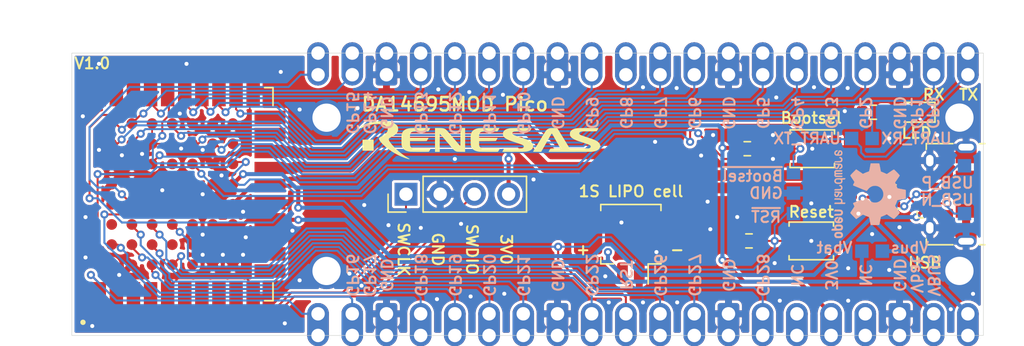
<source format=kicad_pcb>
(kicad_pcb (version 20211014) (generator pcbnew)
  (layers (0 "F.Cu" signal "Front") (31 "B.Cu" signal "Back") (34 "B.Paste" user) (35 "F.Paste" user) (36 "B.SilkS" user "B.Silkscreen") (37 "F.SilkS" user "F.Silkscreen") (38 "B.Mask" user) (39 "F.Mask" user) (44 "Edge.Cuts" user))
  (net 0 "")
  (net 1 "GND")
  (net 2 "VBUS")
  (net 3 "+3V0")
  (net 4 "Net-(U2-PadC6)")
  (net 7 "Net-(U2-PadB7)")
  (net 8 "Net-(U2-PadC4)")
  (net 9 "Net-(U2-PadB5)")
  (net 13 "Net-(U2-PadD7)")
  (net 14 "unconnected-(B1-Pad35)")
  (net 15 "unconnected-(B1-Pad37)")
  (net 16 "+BATT")
  (net 17 "/UART_RX")
  (net 18 "/UART_TX")
  (net 19 "Net-(D1-Pad2)")
  (net 20 "/SWCLK")
  (net 21 "/SWDIO")
  (net 23 "/P0_16")
  (net 24 "/P0_24")
  (net 25 "/P0_6")
  (net 26 "/P0_18")
  (net 27 "/P1_9")
  (net 28 "/P0_17")
  (net 29 "/P0_27")
  (net 30 "/P0_25")
  (net 31 "/P1_2")
  (net 32 "/P1_7")
  (net 33 "/P0_7")
  (net 34 "/P1_0")
  (net 35 "/P1_1")
  (net 36 "/P0_19")
  (net 37 "/P0_13")
  (net 38 "/P1_5")
  (net 39 "/P0_3")
  (net 40 "/P0_12")
  (net 41 "/P0_29")
  (net 42 "/P0_5")
  (net 43 "/P0_31")
  (net 44 "/P0_0")
  (net 45 "/P0_4")
  (net 46 "/P0_2")
  (net 47 "/USR_LED")
  (net 49 "/USB_N")
  (net 50 "/USB_P")
  (net 51 "/~{RST}")
  (net 52 "/~{Bootsel}")
  (footprint "Package_TO_SOT_SMD:SOT-666" (layer "F.Cu") (at 105.2 67.4 180)
    (fp_text reference "U1" hide)
    (fp_text value "USBLC6-2P6")
  )
  (footprint "LOGO" (layer "F.Cu") (at 75.135 63.177)
    (fp_text reference "G***" hide)
    (fp_text value "LOGO" hide)
  )
  (footprint "Module:Pico" (layer "F.Cu") (at 87.2 67.2 180)
    (fp_text reference "B1" hide)
    (fp_text value "pico")
  )
  (footprint "Connector_Molex:Molex_PicoBlade_53261-0271_1x02-1MP_P1.25mm_Horizontal" (layer "F.Cu") (at 86.3 70.67 180)
    (fp_text reference "BT1" hide)
    (fp_text value "Battery_Cell")
  )
  (footprint "Button_Switch_SMD:SW_SPST_B3U-1000P" (layer "F.Cu") (at 99.7 70.67)
    (fp_text reference "SW2" hide)
    (fp_text value "Reset")
  )
  (footprint "Resistor_SMD:R_0603_1608Metric" (layer "F.Cu") (at 94.947 63.812)
    (fp_text reference "R2" hide)
    (fp_text value "10k")
  )
  (footprint "Resistor_SMD:R_0603_1608Metric" (layer "F.Cu") (at 104.3 61.1)
    (fp_text reference "R1" hide)
    (fp_text value "470")
  )
  (footprint "Connector_PinHeader_2.54mm:PinHeader_1x04_P2.54mm_Vertical" (layer "F.Cu") (at 69.6 67.195 90)
    (fp_text reference "J1" hide)
    (fp_text value "Conn_01x04_Male")
  )
  (footprint "Connector_USB:USB_Micro-B_Amphenol_10118194_Horizontal" (layer "F.Cu") (at 109.9 67.195 90)
    (fp_text reference "J2" hide)
    (fp_text value "USB_B_Micro")
  )
  (footprint "LED_SMD:LED_0603_1608Metric" (layer "F.Cu") (at 107.4 61.1 180)
    (fp_text reference "D1" hide)
    (fp_text value "usr_led")
  )
  (footprint "DA14695_000HQ2:MODULE_DA14695_000HQ2" (layer "F.Cu") (at 51.9 67.195 90)
    (fp_text reference "U2" hide)
    (fp_text value "DA14695_000HQ2")
  )
  (footprint "Button_Switch_SMD:SW_SPST_B3U-1000P" (layer "F.Cu") (at 99.773 63.812)
    (fp_text reference "SW1" hide)
    (fp_text value "Bootsel")
  )
  (footprint "Resistor_SMD:R_0603_1608Metric" (layer "F.Cu") (at 95.074 70.67)
    (fp_text reference "R3" hide)
    (fp_text value "10k")
  )
  (footprint "TestPoint:TestPoint_Pad_1.0x1.0mm_custom" (layer "B.Cu") (at 104.218 63.05 180)
    (fp_text reference "TP6" hide)
    (fp_text value "UART_RX")
  )
  (footprint "TestPoint:TestPoint_Pad_1.0x1.0mm_custom" (layer "B.Cu") (at 111.076 65.082 180)
    (fp_text reference "TP3" hide)
    (fp_text value "USB_P")
  )
  (footprint "TestPoint:TestPoint_Pad_1.0x1.0mm_custom" (layer "B.Cu") (at 98.376 67.114 180)
    (fp_text reference "TP9" hide)
    (fp_text value "GND")
  )
  (footprint "Symbol:OSHW-Logo2_7.3x6mm_SilkScreen" (layer "B.Cu") (at 103.964 67.195 90)
    (fp_text reference "REF**" hide)
    (fp_text value "OSHW-Logo2_7.3x6mm_SilkScreen" hide)
  )
  (footprint "TestPoint:TestPoint_Pad_1.0x1.0mm_custom" (layer "B.Cu") (at 98.376 65.59 180)
    (fp_text reference "TP7" hide)
    (fp_text value "~{Bootsel}")
  )
  (footprint "TestPoint:TestPoint_Pad_1.0x1.0mm_custom" (layer "B.Cu") (at 102.694 63.05 180)
    (fp_text reference "TP5" hide)
    (fp_text value "UART_TX")
  )
  (footprint "TestPoint:TestPoint_Pad_1.0x1.0mm_custom" (layer "B.Cu") (at 111.076 68.638 180)
    (fp_text reference "TP4" hide)
    (fp_text value "USB_N")
  )
  (footprint "TestPoint:TestPoint_Pad_1.0x1.0mm_custom" (layer "B.Cu") (at 104.98 71.43 180)
    (fp_text reference "TP2" hide)
    (fp_text value "Vbus")
  )
  (footprint "TestPoint:TestPoint_Pad_1.0x1.0mm_custom" (layer "B.Cu") (at 98.376 68.638 180)
    (fp_text reference "TP8" hide)
    (fp_text value "~{RST}")
  )
  (footprint "TestPoint:TestPoint_Pad_1.0x1.0mm_custom" (layer "B.Cu") (at 103.456 71.432 180)
    (fp_text reference "TP1" hide)
    (fp_text value "Vbat")
  )
  (gr_rect (start 44.782 56.7) (end 112.482 77.7) (layer "Edge.Cuts") (width 0.0381) (fill none))
  (gr_text "GP16\n" (at 65.61 73.21 270) (layer "B.SilkS") (effects (font (size 0.8128 0.8128) (thickness 0.1524)) (justify mirror)))
  (gr_text "GP28\n" (at 96.09 73.21 270) (layer "B.SilkS") (effects (font (size 0.8128 0.8128) (thickness 0.1524)) (justify mirror)))
  (gr_text "GP26\n" (at 88.47 73.21 270) (layer "B.SilkS") (effects (font (size 0.8128 0.8128) (thickness 0.1524)) (justify mirror)))
  (gr_text "GP10\n" (at 78.31 61.145 270) (layer "B.SilkS") (effects (font (size 0.8128 0.8128) (thickness 0.1524)) (justify mirror)))
  (gr_text "GP19\n" (at 73.23 73.21 270) (layer "B.SilkS") (effects (font (size 0.8128 0.8128) (thickness 0.1524)) (justify mirror)))
  (gr_text "GP6" (at 91.01 61.145 270) (layer "B.SilkS") (effects (font (size 0.8128 0.8128) (thickness 0.1524)) (justify mirror)))
  (gr_text "GP9\n" (at 83.39 61.145 270) (layer "B.SilkS") (effects (font (size 0.8128 0.8128) (thickness 0.1524)) (justify mirror)))
  (gr_text "GP21\n" (at 78.31 73.21 270) (layer "B.SilkS") (effects (font (size 0.8128 0.8128) (thickness 0.1524)) (justify mirror)))
  (gr_text "GP7\n" (at 88.47 61.145 270) (layer "B.SilkS") (effects (font (size 0.8128 0.8128) (thickness 0.1524)) (justify mirror)))
  (gr_text "GP20\n" (at 75.77 73.21 270) (layer "B.SilkS") (effects (font (size 0.8128 0.8128) (thickness 0.1524)) (justify mirror)))
  (gr_text "RST\n" (at 85.93 73.21 270) (layer "B.SilkS") (effects (font (size 0.8128 0.8128) (thickness 0.1524)) (justify mirror)))
  (gr_text "NC" (at 98.63 73.21 270) (layer "B.SilkS") (effects (font (size 0.8128 0.8128) (thickness 0.1524)) (justify mirror)))
  (gr_text "GND" (at 80.85 61.145 270) (layer "B.SilkS") (effects (font (size 0.8128 0.8128) (thickness 0.1524)) (justify mirror)))
  (gr_text "GND\n" (at 106.25 61.145 270) (layer "B.SilkS") (effects (font (size 0.8128 0.8128) (thickness 0.1524)) (justify mirror)))
  (gr_text "GP15\n" (at 65.61 61.145 270) (layer "B.SilkS") (effects (font (size 0.8128 0.8128) (thickness 0.1524)) (justify mirror)))
  (gr_text "GP17\n" (at 66.88 73.21 270) (layer "B.SilkS") (effects (font (size 0.8128 0.8128) (thickness 0.1524)) (justify mirror)))
  (gr_text "GP14\n" (at 66.88 61.145 270) (layer "B.SilkS") (effects (font (size 0.8128 0.8128) (thickness 0.1524)) (justify mirror)))
  (gr_text "NC\n" (at 103.71 73.21 270) (layer "B.SilkS") (effects (font (size 0.8128 0.8128) (thickness 0.1524)) (justify mirror)))
  (gr_text "VBUS" (at 108.79 73.21 270) (layer "B.SilkS") (effects (font (size 0.8128 0.8128) (thickness 0.1524)) (justify mirror)))
  (gr_text "GP3" (at 101.17 61.145 270) (layer "B.SilkS") (effects (font (size 0.8128 0.8128) (thickness 0.1524)) (justify mirror)))
  (gr_text "GP8\n" (at 85.93 61.145 270) (layer "B.SilkS") (effects (font (size 0.8128 0.8128) (thickness 0.1524)) (justify mirror)))
  (gr_text "GP0" (at 108.7 61.145 270) (layer "B.SilkS") (effects (font (size 0.8128 0.8128) (thickness 0.1524)) (justify mirror)))
  (gr_text "3V0" (at 101.17 73.21 270) (layer "B.SilkS") (effects (font (size 0.8128 0.8128) (thickness 0.1524)) (justify mirror)))
  (gr_text "GP5\n" (at 96.09 61.145 270) (layer "B.SilkS") (effects (font (size 0.8128 0.8128) (thickness 0.1524)) (justify mirror)))
  (gr_text "GP12\n" (at 73.23 61.145 270) (layer "B.SilkS") (effects (font (size 0.8128 0.8128) (thickness 0.1524)) (justify mirror)))
  (gr_text "GND\n" (at 93.55 61.145 270) (layer "B.SilkS") (effects (font (size 0.8128 0.8128) (thickness 0.1524)) (justify mirror)))
  (gr_text "GND\n" (at 68.15 61.145 270) (layer "B.SilkS") (effects (font (size 0.8128 0.8128) (thickness 0.1524)) (justify mirror)))
  (gr_text "Vbat" (at 107.52 73.21 270) (layer "B.SilkS") (effects (font (size 0.8128 0.8128) (thickness 0.1524)) (justify mirror)))
  (gr_text "GND" (at 68.15 73.21 270) (layer "B.SilkS") (effects (font (size 0.8128 0.8128) (thickness 0.1524)) (justify mirror)))
  (gr_text "GP4\n" (at 98.63 61.145 270) (layer "B.SilkS") (effects (font (size 0.8128 0.8128) (thickness 0.1524)) (justify mirror)))
  (gr_text "GP11\n" (at 75.77 61.145 270) (layer "B.SilkS") (effects (font (size 0.8128 0.8128) (thickness 0.1524)) (justify mirror)))
  (gr_text "GP27\n" (at 91.01 73.21 270) (layer "B.SilkS") (effects (font (size 0.8128 0.8128) (thickness 0.1524)) (justify mirror)))
  (gr_text "GND\n" (at 106.25 73.21 270) (layer "B.SilkS") (effects (font (size 0.8128 0.8128) (thickness 0.1524)) (justify mirror)))
  (gr_text "GP18\n" (at 70.69 73.21 270) (layer "B.SilkS") (effects (font (size 0.8128 0.8128) (thickness 0.1524)) (justify mirror)))
  (gr_text "GP1" (at 107.52 61.145 270) (layer "B.SilkS") (effects (font (size 0.8128 0.8128) (thickness 0.1524)) (justify mirror)))
  (gr_text "GND" (at 93.55 73.21 270) (layer "B.SilkS") (effects (font (size 0.8128 0.8128) (thickness 0.1524)) (justify mirror)))
  (gr_text "GND" (at 80.85 73.21 270) (layer "B.SilkS") (effects (font (size 0.8128 0.8128) (thickness 0.1524)) (justify mirror)))
  (gr_text "GP22\n" (at 83.39 73.21 270) (layer "B.SilkS") (effects (font (size 0.8128 0.8128) (thickness 0.1524)) (justify mirror)))
  (gr_text "GP13\n" (at 70.69 61.145 270) (layer "B.SilkS") (effects (font (size 0.8128 0.8128) (thickness 0.1524)) (justify mirror)))
  (gr_text "GP2" (at 103.71 61.145 270) (layer "B.SilkS") (effects (font (size 0.8128 0.8128) (thickness 0.1524)) (justify mirror)))
  (gr_text "Bootsel\n" (at 99.7 61.526) (layer "F.SilkS") (effects (font (size 0.8128 0.8128) (thickness 0.1524))))
  (gr_text "SWDIO" (at 74.5 71.305 270) (layer "F.SilkS") (effects (font (size 0.8128 0.8128) (thickness 0.1524))))
  (gr_text "-" (at 89.74 71.305) (layer "F.SilkS") (effects (font (size 0.8128 0.8128) (thickness 0.1524))))
  (gr_text "USB" (at 108.1296 72.2956) (layer "F.SilkS") (effects (font (size 0.8128 0.8128) (thickness 0.1524))))
  (gr_text "SWCLK" (at 69.42 71.305 270) (layer "F.SilkS") (effects (font (size 0.8128 0.8128) (thickness 0.1524))))
  (gr_text "GND" (at 71.96 71.305 270) (layer "F.SilkS") (effects (font (size 0.8128 0.8128) (thickness 0.1524))))
  (gr_text "V1.0" (at 46.306 57.462) (layer "F.SilkS") (effects (font (size 0.8128 0.8128) (thickness 0.1524))))
  (gr_text "Reset" (at 99.7 68.511) (layer "F.SilkS") (effects (font (size 0.8128 0.8128) (thickness 0.1524))))
  (gr_text "LED\n" (at 107.52 62.6436) (layer "F.SilkS") (effects (font (size 0.8128 0.8128) (thickness 0.1524))))
  (gr_text "RX" (at 108.79 59.7988) (layer "F.SilkS") (effects (font (size 0.8128 0.8128) (thickness 0.1524))))
  (gr_text "DA14695MOD Pico" (at 73.23 60.51) (layer "F.SilkS") (effects (font (size 1 1) (thickness 0.1824))))
  (gr_text "TX" (at 111.3808 59.7988) (layer "F.SilkS") (effects (font (size 0.8128 0.8128) (thickness 0.1524))))
  (gr_text "1S LIPO cell" (at 86.311 66.987) (layer "F.SilkS") (effects (font (size 0.8128 0.8128) (thickness 0.1524))))
  (gr_text "3V0" (at 77.04 71.305 270) (layer "F.SilkS") (effects (font (size 0.8128 0.8128) (thickness 0.1524))))
  (gr_text "+" (at 82.755 71.305) (layer "F.SilkS") (effects (font (size 0.8128 0.8128) (thickness 0.1524))))
  (segment (start 52.83 73.3) (end 54.389 73.3) (width 0.127) (layer "F.Cu") (net 1))
  (segment (start 51.9 74.23) (end 52.83 73.3) (width 0.127) (layer "F.Cu") (net 1))
  (segment (start 93.55 77.7) (end 93.55 76.09) (width 1.6) (layer "F.Cu") (net 1))
  (segment (start 50.744 63.445) (end 50.744 61.945) (width 0.127) (layer "F.Cu") (net 1))
  (segment (start 111.2 70.095) (end 111.2 64.295) (width 0.6) (layer "F.Cu") (net 1))
  (segment (start 58.25 74.88) (end 58.25 73.951) (width 0.127) (layer "F.Cu") (net 1))
  (segment (start 58.25 73.951) (end 56.744 72.445) (width 0.127) (layer "F.Cu") (net 1))
  (segment (start 80.85 56.7) (end 80.85 58.31) (width 1.6) (layer "F.Cu") (net 1))
  (segment (start 51.9 74.88) (end 51.9 74.23) (width 0.127) (layer "F.Cu") (net 1))
  (segment (start 52.244 63.445) (end 50.744 63.445) (width 0.127) (layer "F.Cu") (net 1))
  (segment (start 58 61.8) (end 58 59.76) (width 0.127) (layer "F.Cu") (net 1))
  (segment (start 54.389 73.3) (end 55.244 72.445) (width 0.127) (layer "F.Cu") (net 1))
  (segment (start 56.744 61.945) (end 57.855 61.945) (width 0.127) (layer "F.Cu") (net 1))
  (segment (start 58 59.76) (end 58.25 59.51) (width 0.127) (layer "F.Cu") (net 1))
  (segment (start 68.15 77.7) (end 68.15 76.09) (width 1.6) (layer "F.Cu") (net 1))
  (segment (start 106.25 58.31) (end 106.25 56.7) (width 1.6) (layer "F.Cu") (net 1))
  (segment (start 93.55 58.31) (end 93.55 56.7) (width 1.6) (layer "F.Cu") (net 1))
  (segment (start 57.855 61.945) (end 58 61.8) (width 0.127) (layer "F.Cu") (net 1))
  (segment (start 46.82 59.51) (end 46.82 60.48) (width 0.127) (layer "F.Cu") (net 1))
  (segment (start 80.85 76.09) (end 80.85 77.7) (width 1.6) (layer "F.Cu") (net 1))
  (segment (start 106.25 76.09) (end 106.25 77.7) (width 1.6) (layer "F.Cu") (net 1))
  (segment (start 68.15 58.31) (end 68.15 56.7) (width 1.6) (layer "F.Cu") (net 1))
  (via (at 102.186 61.018) (size 0.6) (drill 0.3) (layers "F.Cu" "B.Cu") (net 1))
  (via (at 46.3 77) (size 0.6) (drill 0.3) (layers "F.Cu" "B.Cu") (net 1))
  (via (at 50 64.2) (size 0.6) (drill 0.3) (layers "F.Cu" "B.Cu") (net 1))
  (via (at 84.66 75.242) (size 0.6) (drill 0.3) (layers "F.Cu" "B.Cu") (net 1))
  (via (at 109.044 62.796) (size 0.6) (drill 0.3) (layers "F.Cu" "B.Cu") (net 1))
  (via (at 52.8 61.2) (size 0.6) (drill 0.3) (layers "F.Cu" "B.Cu") (net 1))
  (via (at 61.165 69.908) (size 0.6) (drill 0.3) (layers "F.Cu" "B.Cu") (net 1))
  (via (at 54.5 67.2) (size 0.6) (drill 0.3) (layers "F.Cu" "B.Cu") (net 1))
  (via (at 65.4 73.1) (size 0.6) (drill 0.3) (layers "F.Cu" "B.Cu") (net 1))
  (via (at 46.8 63.9) (size 0.6) (drill 0.3) (layers "F.Cu" "B.Cu") (net 1))
  (via (at 48.3 73.2) (size 0.6) (drill 0.3) (layers "F.Cu" "B.Cu") (net 1))
  (via (at 84.4 73.3) (size 0.6) (drill 0.3) (layers "F.Cu" "B.Cu") (net 1))
  (via (at 88.1 63.3) (size 0.6) (drill 0.3) (layers "F.Cu" "B.Cu") (net 1))
  (via (at 68.3 69.5) (size 0.6) (drill 0.3) (layers "F.Cu" "B.Cu") (net 1))
  (via (at 88.2 71.5) (size 0.6) (drill 0.3) (layers "F.Cu" "B.Cu") (net 1))
  (via (at 105.488 63.05) (size 0.6) (drill 0.3) (layers "F.Cu" "B.Cu") (net 1))
  (via (at 103.201125 68.641599) (size 0.6) (drill 0.3) (layers "F.Cu" "B.Cu") (net 1))
  (via (at 57.7 70.4) (size 0.6) (drill 0.3) (layers "F.Cu" "B.Cu") (net 1))
  (via (at 71.9 75) (size 0.6) (drill 0.3) (layers "F.Cu" "B.Cu") (net 1))
  (via (at 60.6 76.8) (size 0.6) (drill 0.3) (layers "F.Cu" "B.Cu") (net 1))
  (via (at 97.1 60) (size 0.6) (drill 0.3) (layers "F.Cu" "B.Cu") (net 1))
  (via (at 54.5 71.7) (size 0.6) (drill 0.3) (layers "F.Cu" "B.Cu") (net 1))
  (via (at 72 59.4) (size 0.6) (drill 0.3) (layers "F.Cu" "B.Cu") (net 1))
  (via (at 55.9 65.8) (size 0.6) (drill 0.3) (layers "F.Cu" "B.Cu") (net 1))
  (via (at 74.4 74.8) (size 0.6) (drill 0.3) (layers "F.Cu" "B.Cu") (net 1))
  (via (at 105.5 67.4) (size 0.6) (drill 0.3) (layers "F.Cu" "B.Cu") (net 1))
  (via (at 73.23 64.574) (size 0.6) (drill 0.3) (layers "F.Cu" "B.Cu") (net 1))
  (via (at 70.7 69.7) (size 0.6) (drill 0.3) (layers "F.Cu" "B.Cu") (net 1))
  (via (at 110.06 75.75) (size 0.6) (drill 0.3) (layers "F.Cu" "B.Cu") (net 1))
  (via (at 60.3 58.1) (size 0.6) (drill 0.3) (layers "F.Cu" "B.Cu") (net 1))
  (via (at 54.5 63.9) (size 0.6) (drill 0.3) (layers "F.Cu" "B.Cu") (net 1))
  (via (at 106.25 69.654) (size 0.6) (drill 0.3) (layers "F.Cu" "B.Cu") (net 1))
  (via (at 61.7 60.9) (size 0.6) (drill 0.3) (layers "F.Cu" "B.Cu") (net 1))
  (via (at 104.218 70.162) (size 0.6) (drill 0.3) (layers "F.Cu" "B.Cu") (net 1))
  (via (at 96.852 62.796) (size 0.6) (drill 0.3) (layers "F.Cu" "B.Cu") (net 1))
  (via (at 99.7 70.67) (size 0.6) (drill 0.3) (layers "F.Cu" "B.Cu") (net 1))
  (via (at 73.6872 69.4) (size 0.6) (drill 0.3) (layers "F.Cu" "B.Cu") (net 1))
  (via (at 89.7 59.3) (size 0.6) (drill 0.3) (layers "F.Cu" "B.Cu") (net 1))
  (via (at 66 60.8) (size 0.6) (drill 0.3) (layers "F.Cu" "B.Cu") (net 1))
  (via (at 66.3 74) (size 0.6) (drill 0.3) (layers "F.Cu" "B.Cu") (net 1))
  (via (at 57.5 71.7) (size 0.6) (drill 0.3) (layers "F.Cu" "B.Cu") (net 1))
  (via (at 99.773 63.812) (size 0.6) (drill 0.3) (layers "F.Cu" "B.Cu") (net 1))
  (via (at 87.2 59.24) (size 0.6) (drill 0.3) (layers "F.Cu" "B.Cu") (net 1))
  (via (at 45.6 61.4) (size 0.6) (drill 0.3) (layers "F.Cu" "B.Cu") (net 1))
  (via (at 54.5 70.2) (size 0.6) (drill 0.3) (layers "F.Cu" "B.Cu") (net 1))
  (via (at 76.9 74.6) (size 0.6) (drill 0.3) (layers "F.Cu" "B.Cu") (net 1))
  (via (at 102.44 75.115) (size 0.6) (drill 0.3) (layers "F.Cu" "B.Cu") (net 1))
  (via (at 85.6 69.3) (size 0.6) (drill 0.3) (layers "F.Cu" "B.Cu") (net 1))
  (via (at 45.8 68.9) (size 0.6) (drill 0.3) (layers "F.Cu" "B.Cu") (net 1))
  (via (at 53.3 57.5) (size 0.6) (drill 0.3) (layers "F.Cu" "B.Cu") (net 1))
  (via (at 92.407 62.796) (size 0.6) (drill 0.3) (layers "F.Cu" "B.Cu") (net 1))
  (via (at 56 71.7) (size 0.6) (drill 0.3) (layers "F.Cu" "B.Cu") (net 1))
  (via (at 74.3 59.6) (size 0.6) (drill 0.3) (layers "F.Cu" "B.Cu") (net 1))
  (via (at 45.8 71.9) (size 0.6) (drill 0.3) (layers "F.Cu" "B.Cu") (net 1))
  (via (at 52.9 63.8) (size 0.6) (drill 0.3) (layers "F.Cu" "B.Cu") (net 1))
  (via (at 99.7 67.876) (size 0.6) (drill 0.3) (layers "F.Cu" "B.Cu") (net 1))
  (via (at 87.2 75.242) (size 0.6) (drill 0.3) (layers "F.Cu" "B.Cu") (net 1))
  (via (at 92.2 69.8) (size 0.6) (drill 0.3) (layers "F.Cu" "B.Cu") (net 1))
  (via (at 96.979 72.321) (size 0.6) (drill 0.3) (layers "F.Cu" "B.Cu") (net 1))
  (via (at 96.852 64.574) (size 0.6) (drill 0.3) (layers "F.Cu" "B.Cu") (net 1))
  (via (at 79.072 66.098) (size 0.6) (drill 0.3) (layers "F.Cu" "B.Cu") (net 1))
  (via (at 97.36 75.115) (size 0.6) (drill 0.3) (layers "F.Cu" "B.Cu") (net 1))
  (via (at 102.44 72.702) (size 0.6) (drill 0.3) (layers "F.Cu" "B.Cu") (net 1))
  (via (at 94.2 68.892) (size 0.6) (drill 0.3) (layers "F.Cu" "B.Cu") (net 1))
  (via (at 76.8 59.8) (size 0.6) (drill 0.3) (layers "F.Cu" "B.Cu") (net 1))
  (via (at 66.5 68) (size 0.6) (drill 0.3) (layers "F.Cu" "B.Cu") (net 1))
  (via (at 48.5 64.3) (size 0.6) (drill 0.3) (layers "F.Cu" "B.Cu") (net 1))
  (via (at 46.8 57.5) (size 0.6) (drill 0.3) (layers "F.Cu" "B.Cu") (net 1))
  (via (at 99.9 59.24) (size 0.6) (drill 0.3) (layers "F.Cu" "B.Cu") (net 1))
  (via (at 61.7 73.6) (size 0.6) (drill 0.3) (layers "F.Cu" "B.Cu") (net 1))
  (via (at 89.74 75.242) (size 0.6) (drill 0.3) (layers "F.Cu" "B.Cu") (net 1))
  (via (at 57.5 68.5) (size 0.6) (drill 0.3) (layers "F.Cu" "B.Cu") (net 1))
  (via (at 111.711 74.607) (size 0.6) (drill 0.3) (layers "F.Cu" "B.Cu") (net 1))
  (via (at 51.5 66.9) (size 0.6) (drill 0.3) (layers "F.Cu" "B.Cu") (net 1))
  (via (at 92 67.749) (size 0.6) (drill 0.3) (layers "F.Cu" "B.Cu") (net 1))
  (via (at 102.4 59.3) (size 0.6) (drill 0.3) (layers "F.Cu" "B.Cu") (net 1))
  (via (at 105.488 72.829) (size 0.6) (drill 0.3) (layers "F.Cu" "B.Cu") (net 1))
  (via (at 91.518 64.32) (size 0.6) (drill 0.3) (layers "F.Cu" "B.Cu") (net 1))
  (segment (start 68.15 76.09) (end 68.15 77.7) (width 1.6) (layer "B.Cu") (net 1))
  (segment (start 93.55 56.7) (end 93.55 58.31) (width 1.6) (layer "B.Cu") (net 1))
  (segment (start 93.55 77.7) (end 93.55 76.09) (width 1.6) (layer "B.Cu") (net 1))
  (segment (start 106.25 56.7) (end 106.25 58.31) (width 1.6) (layer "B.Cu") (net 1))
  (segment (start 106.25 77.7) (end 106.25 76.09) (width 1.6) (layer "B.Cu") (net 1))
  (segment (start 80.85 77.7) (end 80.85 76.09) (width 1.6) (layer "B.Cu") (net 1))
  (segment (start 68.15 58.31) (end 68.15 56.7) (width 1.6) (layer "B.Cu") (net 1))
  (segment (start 80.85 58.31) (end 80.85 56.7) (width 1.6) (layer "B.Cu") (net 1))
  (segment (start 103.509368 67.521414) (end 103.783586 67.521414) (width 0.2) (layer "F.Cu") (net 2))
  (segment (start 61.6 66.9) (end 61.6 68.2) (width 0.3) (layer "F.Cu") (net 2))
  (segment (start 107.5 68.9) (end 107.905 68.495) (width 0.3) (layer "F.Cu") (net 2))
  (segment (start 61.26 66.56) (end 61.6 66.9) (width 0.3) (layer "F.Cu") (net 2))
  (segment (start 59.5 66.56) (end 61.26 66.56) (width 0.3) (layer "F.Cu") (net 2))
  (segment (start 56.744 67.945) (end 58.129 66.56) (width 0.3) (layer "F.Cu") (net 2))
  (segment (start 111.33 76.09) (end 111.33 77.7) (width 1.6) (layer "F.Cu") (net 2))
  (segment (start 107.905 68.495) (end 108.5 68.495) (width 0.3) (layer "F.Cu") (net 2))
  (segment (start 103.905 67.4) (end 104.275 67.4) (width 0.2) (layer "F.Cu") (net 2))
  (segment (start 58.129 66.56) (end 59.5 66.56) (width 0.3) (layer "F.Cu") (net 2))
  (segment (start 103.783586 67.521414) (end 103.905 67.4) (width 0.2) (layer "F.Cu") (net 2))
  (via (at 61.6 68.2) (size 0.6) (drill 0.3) (layers "F.Cu" "B.Cu") (net 2))
  (via (at 103.509368 67.521414) (size 0.6) (drill 0.3) (layers "F.Cu" "B.Cu") (net 2))
  (via (at 107.5 68.9) (size 0.6) (drill 0.3) (layers "F.Cu" "B.Cu") (net 2))
  (segment (start 104.218 68.230046) (end 103.509368 67.521414) (width 0.2) (layer "B.Cu") (net 2))
  (segment (start 104.218 68.892) (end 104.218 68.978) (width 0.3) (layer "B.Cu") (net 2))
  (segment (start 106.588 71.348) (end 111.33 76.09) (width 0.3) (layer "B.Cu") (net 2))
  (segment (start 87.116002 73.2) (end 84.839002 70.923) (width 0.3) (layer "B.Cu") (net 2))
  (segment (start 107.5 68.9) (end 104.21 68.9) (width 0.3) (layer "B.Cu") (net 2))
  (segment (start 104.21 68.9) (end 99.91 73.2) (width 0.3) (layer "B.Cu") (net 2))
  (segment (start 83.483998 71.8) (end 68.40387 71.8) (width 0.3) (layer "B.Cu") (net 2))
  (segment (start 68.40387 71.8) (end 64.80387 68.2) (width 0.3) (layer "B.Cu") (net 2))
  (segment (start 106.506 71.43) (end 106.588 71.348) (width 0.127) (layer "B.Cu") (net 2))
  (segment (start 107.5 68.9) (end 104.218 68.9) (width 0.2) (layer "B.Cu") (net 2))
  (segment (start 84.839002 70.923) (end 84.360998 70.923) (width 0.3) (layer "B.Cu") (net 2))
  (segment (start 104.218 68.978) (end 106.588 71.348) (width 0.3) (layer "B.Cu") (net 2))
  (segment (start 99.91 73.2) (end 87.116002 73.2) (width 0.3) (layer "B.Cu") (net 2))
  (segment (start 111.33 77.7) (end 111.33 76.09) (width 1.6) (layer "B.Cu") (net 2))
  (segment (start 104.98 71.43) (end 106.506 71.43) (width 0.3) (layer "B.Cu") (net 2))
  (segment (start 104.218 68.9) (end 104.218 68.230046) (width 0.2) (layer "B.Cu") (net 2))
  (segment (start 64.80387 68.2) (end 61.6 68.2) (width 0.3) (layer "B.Cu") (net 2))
  (segment (start 84.360998 70.923) (end 83.483998 71.8) (width 0.3) (layer "B.Cu") (net 2))
  (segment (start 93.1 72.1) (end 93.644 72.1) (width 0.3) (layer "F.Cu") (net 3))
  (segment (start 98.78 73.7) (end 101.17 76.09) (width 0.3) (layer "F.Cu") (net 3))
  (segment (start 94.064 63.754) (end 94.122 63.812) (width 0.3) (layer "F.Cu") (net 3))
  (segment (start 94.7 73.7) (end 98.78 73.7) (width 0.3) (layer "F.Cu") (net 3))
  (segment (start 93.1 72.1) (end 94.7 73.7) (width 0.3) (layer "F.Cu") (net 3))
  (segment (start 56.755 66.445) (end 57.5 65.7) (width 0.3) (layer "F.Cu") (net 3))
  (segment (start 93.644 72.1) (end 94.249 71.495) (width 0.3) (layer "F.Cu") (net 3))
  (segment (start 77.22 64.5575) (end 77.22 67.195) (width 0.3) (layer "F.Cu") (net 3))
  (segment (start 94.249 71.495) (end 94.249 70.67) (width 0.3) (layer "F.Cu") (net 3))
  (segment (start 101.17 76.09) (end 101.17 77.7) (width 1.6) (layer "F.Cu") (net 3))
  (segment (start 93.1 63.754) (end 94.064 63.754) (width 0.3) (layer "F.Cu") (net 3))
  (segment (start 56.744 66.445) (end 56.755 66.445) (width 0.3) (layer "F.Cu") (net 3))
  (segment (start 93.1 63.881) (end 93.1 63.754) (width 0.3) (layer "F.Cu") (net 3))
  (via (at 93.1 63.754) (size 0.6) (drill 0.3) (layers "F.Cu" "B.Cu") (net 3))
  (via (at 77.22 64.5575) (size 0.6) (drill 0.3) (layers "F.Cu" "B.Cu") (net 3))
  (via (at 93.1 72.1) (size 0.6) (drill 0.3) (layers "F.Cu" "B.Cu") (net 3))
  (via (at 57.5 65.7) (size 0.6) (drill 0.3) (layers "F.Cu" "B.Cu") (net 3))
  (segment (start 93.1 62.383) (end 92.8 62.083) (width 0.3) (layer "B.Cu") (net 3))
  (segment (start 93.1 66.7) (end 93.1 67.4) (width 0.3) (layer "B.Cu") (net 3))
  (segment (start 93.1 63.881) (end 93.1 66.7) (width 0.3) (layer "B.Cu") (net 3))
  (segment (start 60.4 65.7) (end 61.4 66.7) (width 0.3) (layer "B.Cu") (net 3))
  (segment (start 77.22 64.5575) (end 77.22 63.992) (width 0.3) (layer "B.Cu") (net 3))
  (segment (start 82.917 63.983) (end 76.783 63.983) (width 0.3) (layer "B.Cu") (net 3))
  (segment (start 92.8 62.083) (end 84.817 62.083) (width 0.3) (layer "B.Cu") (net 3))
  (segment (start 68.745804 63.983) (end 76.783 63.983) (width 0.3) (layer "B.Cu") (net 3))
  (segment (start 77.22 63.992) (end 77.211 63.983) (width 0.3) (layer "B.Cu") (net 3))
  (segment (start 61.4 66.7) (end 66.028804 66.7) (width 0.3) (layer "B.Cu") (net 3))
  (segment (start 101.17 76.09) (end 101.17 77.7) (width 1.6) (layer "B.Cu") (net 3))
  (segment (start 77.211 63.983) (end 76.783 63.983) (width 0.3) (layer "B.Cu") (net 3))
  (segment (start 57.5 65.7) (end 60.4 65.7) (width 0.3) (layer "B.Cu") (net 3))
  (segment (start 66.028804 66.7) (end 68.745804 63.983) (width 0.3) (layer "B.Cu") (net 3))
  (segment (start 93.1 63.881) (end 93.1 62.383) (width 0.3) (layer "B.Cu") (net 3))
  (segment (start 84.817 62.083) (end 82.917 63.983) (width 0.3) (layer "B.Cu") (net 3))
  (segment (start 93.1 66.7) (end 93.1 72.1) (width 0.3) (layer "B.Cu") (net 3))
  (segment (start 98.63 77.7) (end 98.63 76.09) (width 1.6) (layer "F.Cu") (net 14))
  (segment (start 98.63 77.7) (end 98.63 76.09) (width 1.6) (layer "B.Cu") (net 14))
  (segment (start 103.71 77.7) (end 103.71 76.09) (width 1.6) (layer "F.Cu") (net 15))
  (segment (start 103.71 76.09) (end 103.71 77.7) (width 1.6) (layer "B.Cu") (net 15))
  (segment (start 56.744 69.445) (end 57.555 69.445) (width 0.3) (layer "F.Cu") (net 16))
  (segment (start 84.6 72.122) (end 85.675 73.197) (width 0.3) (layer "F.Cu") (net 16))
  (segment (start 59.5 69.1) (end 61.6 69.1) (width 0.3) (layer "F.Cu") (net 16))
  (segment (start 55.244 69.445) (end 56.744 69.445) (width 0.3) (layer "F.Cu") (net 16))
  (segment (start 57.555 69.445) (end 57.9 69.1) (width 0.3) (layer "F.Cu") (net 16))
  (segment (start 57.9 69.1) (end 59.5 69.1) (width 0.3) (layer "F.Cu") (net 16))
  (segment (start 84.6 71.5) (end 84.6 72.122) (width 0.3) (layer "F.Cu") (net 16))
  (segment (start 108.79 77.7) (end 108.79 76.09) (width 1.6) (layer "F.Cu") (net 16))
  (via (at 84.6 71.5) (size 0.6) (drill 0.3) (layers "F.Cu" "B.Cu") (net 16))
  (via (at 61.6 69.1) (size 0.6) (drill 0.3) (layers "F.Cu" "B.Cu") (net 16))
  (segment (start 103.184 73.7) (end 103.456 73.7) (width 0.3) (layer "B.Cu") (net 16))
  (segment (start 103.184 73.7) (end 106.4 73.7) (width 0.3) (layer "B.Cu") (net 16))
  (segment (start 106.4 73.7) (end 108.79 76.09) (width 0.3) (layer "B.Cu") (net 16))
  (segment (start 86.136 73.7) (end 103.184 73.7) (width 0.3) (layer "B.Cu") (net 16))
  (segment (start 68.232 72.232) (end 65.1 69.1) (width 0.3) (layer "B.Cu") (net 16))
  (segment (start 103.456 73.7) (end 103.456 71.432) (width 0.3) (layer "B.Cu") (net 16))
  (segment (start 84.668 72.232) (end 86.136 73.7) (width 0.3) (layer "B.Cu") (net 16))
  (segment (start 65.1 69.1) (end 61.6 69.1) (width 0.3) (layer "B.Cu") (net 16))
  (segment (start 84.6 72.164) (end 84.668 72.232) (width 0.3) (layer "B.Cu") (net 16))
  (segment (start 108.79 76.09) (end 108.79 77.7) (width 1.6) (layer "B.Cu") (net 16))
  (segment (start 68.232 72.232) (end 84.668 72.232) (width 0.3) (layer "B.Cu") (net 16))
  (segment (start 84.6 71.5) (end 84.6 72.164) (width 0.3) (layer "B.Cu") (net 16))
  (segment (start 51.5 62.7) (end 51.5 62.8555) (width 0.15) (layer "F.Cu") (net 17))
  (segment (start 51.9 59.51) (end 51.994643 59.604643) (width 0.15) (layer "F.Cu") (net 17))
  (segment (start 51.994643 61.343) (end 51.5 61.837643) (width 0.15) (layer "F.Cu") (net 17))
  (segment (start 108.79 56.7) (end 108.79 58.31) (width 1.6) (layer "F.Cu") (net 17))
  (segment (start 51.994643 59.604643) (end 51.994643 61.343) (width 0.15) (layer "F.Cu") (net 17))
  (segment (start 51.5 61.837643) (end 51.5 62.7) (width 0.15) (layer "F.Cu") (net 17))
  (via (at 51.5 62.8555) (size 0.6) (drill 0.3) (layers "F.Cu" "B.Cu") (net 17))
  (segment (start 104.218 60.51) (end 104.22 60.508) (width 0.15) (layer "B.Cu") (net 17))
  (segment (start 59.5 63.754) (end 61.746 66) (width 0.15) (layer "B.Cu") (net 17))
  (segment (start 84.546 61.454) (end 97.946 61.454) (width 0.15) (layer "B.Cu") (net 17))
  (segment (start 104.22 60.254) (end 107.853 60.254) (width 0.15) (layer "B.Cu") (net 17))
  (segment (start 68.446 63.354) (end 82.646 63.354) (width 0.15) (layer "B.Cu") (net 17))
  (segment (start 56.2 64.9) (end 57.346 63.754) (width 0.15) (layer "B.Cu") (net 17))
  (segment (start 104.22 60.254) (end 104.218 60.256) (width 0.15) (layer "B.Cu") (net 17))
  (segment (start 98.89 60.51) (end 104.218 60.51) (width 0.15) (layer "B.Cu") (net 17))
  (segment (start 107.853 60.254) (end 108.8 59.307) (width 0.15) (layer "B.Cu") (net 17))
  (segment (start 104.218 60.256) (end 104.218 63.05) (width 0.15) (layer "B.Cu") (net 17))
  (segment (start 50.798 63.5575) (end 50.798 64.698) (width 0.15) (layer "B.Cu") (net 17))
  (segment (start 82.646 63.354) (end 84.546 61.454) (width 0.15) (layer "B.Cu") (net 17))
  (segment (start 97.946 61.454) (end 98.89 60.51) (width 0.15) (layer "B.Cu") (net 17))
  (segment (start 65.8 66) (end 68.446 63.354) (width 0.15) (layer "B.Cu") (net 17))
  (segment (start 108.8 58.32) (end 108.79 58.31) (width 0.15) (layer "B.Cu") (net 17))
  (segment (start 108.79 58.31) (end 108.79 56.7) (width 1.6) (layer "B.Cu") (net 17))
  (segment (start 57.346 63.754) (end 59.5 63.754) (width 0.15) (layer "B.Cu") (net 17))
  (segment (start 104.22 60.508) (end 104.22 60.254) (width 0.15) (layer "B.Cu") (net 17))
  (segment (start 51.5 62.8555) (end 50.798 63.5575) (width 0.15) (layer "B.Cu") (net 17))
  (segment (start 50.798 64.698) (end 51 64.9) (width 0.15) (layer "B.Cu") (net 17))
  (segment (start 51 64.9) (end 56.2 64.9) (width 0.15) (layer "B.Cu") (net 17))
  (segment (start 61.746 66) (end 65.8 66) (width 0.15) (layer "B.Cu") (net 17))
  (segment (start 108.8 59.307) (end 108.8 58.32) (width 0.15) (layer "B.Cu") (net 17))
  (segment (start 46.7 72.7) (end 46.7 65.7) (width 0.15) (layer "F.Cu") (net 18))
  (segment (start 48.09 74.88) (end 48.09 74.09) (width 0.15) (layer "F.Cu") (net 18))
  (segment (start 111.33 58.31) (end 111.33 56.7) (width 1.6) (layer "F.Cu") (net 18))
  (segment (start 46.7 72.7) (end 48.09 74.09) (width 0.15) (layer "F.Cu") (net 18))
  (via (at 46.7 65.7) (size 0.6) (drill 0.3) (layers "F.Cu" "B.Cu") (net 18))
  (segment (start 59.385262 64.031) (end 61.654262 66.3) (width 0.15) (layer "B.Cu") (net 18))
  (segment (start 103.398 63.692064) (end 103.398 64.107936) (width 0.15) (layer "B.Cu") (net 18))
  (segment (start 61.654262 66.3) (end 65.931 66.3) (width 0.15) (layer "B.Cu") (net 18))
  (segment (start 65.931 66.3) (end 68.6 63.631) (width 0.15) (layer "B.Cu") (net 18))
  (segment (start 102.807936 63.102) (end 103.398 63.692064) (width 0.15) (layer "B.Cu") (net 18))
  (segment (start 51.123 65.177) (end 56.314738 65.177) (width 0.15) (layer "B.Cu") (net 18))
  (segment (start 68.6 63.631) (end 82.760738 63.631) (width 0.15) (layer "B.Cu") (net 18))
  (segment (start 82.760738 63.631) (end 84.660738 61.731) (width 0.15) (layer "B.Cu") (net 18))
  (segment (start 56.314738 65.177) (end 57.460738 64.031) (width 0.15) (layer "B.Cu") (net 18))
  (segment (start 50.6 65.7) (end 51.123 65.177) (width 0.15) (layer "B.Cu") (net 18))
  (segment (start 103.398 64.107936) (end 103.692064 64.402) (width 0.15) (layer "B.Cu") (net 18))
  (segment (start 57.460738 64.031) (end 59.385262 64.031) (width 0.15) (layer "B.Cu") (net 18))
  (segment (start 84.660738 61.731) (end 98.1 61.731) (width 0.15) (layer "B.Cu") (net 18))
  (segment (start 103.692064 64.402) (end 105.238 64.402) (width 0.15) (layer "B.Cu") (net 18))
  (segment (start 46.7 65.7) (end 50.6 65.7) (width 0.15) (layer "B.Cu") (net 18))
  (segment (start 99.471 63.102) (end 102.807936 63.102) (width 0.15) (layer "B.Cu") (net 18))
  (segment (start 98.1 61.731) (end 99.471 63.102) (width 0.15) (layer "B.Cu") (net 18))
  (segment (start 105.238 64.402) (end 111.33 58.31) (width 0.15) (layer "B.Cu") (net 18))
  (segment (start 111.33 56.7) (end 111.33 58.31) (width 1.6) (layer "B.Cu") (net 18))
  (segment (start 105.125 61.1) (end 106.6125 61.1) (width 0.15) (layer "F.Cu") (net 19))
  (segment (start 61.1 74.5) (end 58.9 76.7) (width 0.15) (layer "F.Cu") (net 20))
  (segment (start 64.9 74.5) (end 61.1 74.5) (width 0.15) (layer "F.Cu") (net 20))
  (segment (start 58.9 76.7) (end 51.1 76.7) (width 0.15) (layer "F.Cu") (net 20))
  (segment (start 51.1 76.7) (end 50.63 76.23) (width 0.15) (layer "F.Cu") (net 20))
  (segment (start 69.6 69.8) (end 64.9 74.5) (width 0.15) (layer "F.Cu") (net 20))
  (segment (start 50.63 76.23) (end 50.63 74.88) (width 0.15) (layer "F.Cu") (net 20))
  (segment (start 69.6 67.195) (end 69.6 69.8) (width 0.15) (layer "F.Cu") (net 20))
  (segment (start 67.4 74.5) (end 67.1 74.8) (width 0.15) (layer "F.Cu") (net 21))
  (segment (start 61.3 74.8) (end 59.1 77) (width 0.15) (layer "F.Cu") (net 21))
  (segment (start 67.4 74.475) (end 67.4 74.5) (width 0.15) (layer "F.Cu") (net 21))
  (segment (start 49.36 76.56) (end 49.36 74.88) (width 0.15) (layer "F.Cu") (net 21))
  (segment (start 67.1 74.8) (end 61.3 74.8) (width 0.15) (layer "F.Cu") (net 21))
  (segment (start 59.1 77) (end 49.8 77) (width 0.15) (layer "F.Cu") (net 21))
  (segment (start 49.8 77) (end 49.36 76.56) (width 0.15) (layer "F.Cu") (net 21))
  (segment (start 74.68 67.195) (end 67.4 74.475) (width 0.15) (layer "F.Cu") (net 21))
  (segment (start 50.744 64.856) (end 51.3 64.3) (width 0.15) (layer "F.Cu") (net 23))
  (segment (start 103.71 56.7) (end 103.71 58.31) (width 1.6) (layer "F.Cu") (net 23))
  (segment (start 50.744 64.945) (end 50.744 64.856) (width 0.15) (layer "F.Cu") (net 23))
  (via (at 51.3 64.3) (size 0.6) (drill 0.3) (layers "F.Cu" "B.Cu") (net 23))
  (segment (start 103.7 58.32) (end 103.71 58.31) (width 0.15) (layer "B.Cu") (net 23))
  (segment (start 103.71 58.31) (end 103.71 56.7) (width 1.6) (layer "B.Cu") (net 23))
  (segment (start 68.314738 63.077) (end 82.523 63.077) (width 0.15) (layer "B.Cu") (net 23))
  (segment (start 82.523 63.077) (end 84.423 61.177) (width 0.15) (layer "B.Cu") (net 23))
  (segment (start 65.683738 65.708) (end 68.314738 63.077) (width 0.15) (layer "B.Cu") (net 23))
  (segment (start 51.402 64.402) (end 56.298 64.402) (width 0.15) (layer "B.Cu") (net 23))
  (segment (start 59.651362 63.477) (end 61.882364 65.708) (width 0.15) (layer "B.Cu") (net 23))
  (segment (start 84.423 61.177) (end 97.823 61.177) (width 0.15) (layer "B.Cu") (net 23))
  (segment (start 98.767 60.233) (end 102.867 60.233) (width 0.15) (layer "B.Cu") (net 23))
  (segment (start 51.3 64.3) (end 51.402 64.402) (width 0.15) (layer "B.Cu") (net 23))
  (segment (start 97.823 61.177) (end 98.767 60.233) (width 0.15) (layer "B.Cu") (net 23))
  (segment (start 61.882364 65.708) (end 65.683738 65.708) (width 0.15) (layer "B.Cu") (net 23))
  (segment (start 103.7 59.4) (end 103.7 58.32) (width 0.15) (layer "B.Cu") (net 23))
  (segment (start 57.223 63.477) (end 59.651362 63.477) (width 0.15) (layer "B.Cu") (net 23))
  (segment (start 102.867 60.233) (end 103.7 59.4) (width 0.15) (layer "B.Cu") (net 23))
  (segment (start 56.298 64.402) (end 57.223 63.477) (width 0.15) (layer "B.Cu") (net 23))
  (segment (start 55.244 63.445) (end 55.445 63.445) (width 0.15) (layer "F.Cu") (net 24))
  (segment (start 55.445 63.445) (end 55.9 63.9) (width 0.15) (layer "F.Cu") (net 24))
  (segment (start 101.17 58.31) (end 101.17 56.7) (width 1.6) (layer "F.Cu") (net 24))
  (via (at 55.9 63.9) (size 0.6) (drill 0.3) (layers "F.Cu" "B.Cu") (net 24))
  (segment (start 84.25869 60.9) (end 97.7 60.9) (width 0.15) (layer "B.Cu") (net 24))
  (segment (start 97.7 60.9) (end 98.644 59.956) (width 0.15) (layer "B.Cu") (net 24))
  (segment (start 68.2 62.8) (end 82.35869 62.8) (width 0.15) (layer "B.Cu") (net 24))
  (segment (start 56.6 63.2) (end 59.766099 63.2) (width 0.15) (layer "B.Cu") (net 24))
  (segment (start 65.569 65.431) (end 68.2 62.8) (width 0.15) (layer "B.Cu") (net 24))
  (segment (start 101.17 56.7) (end 101.17 58.31) (width 1.6) (layer "B.Cu") (net 24))
  (segment (start 100.644 59.956) (end 101.17 59.43) (width 0.15) (layer "B.Cu") (net 24))
  (segment (start 55.9 63.9) (end 56.6 63.2) (width 0.15) (layer "B.Cu") (net 24))
  (segment (start 101.17 59.43) (end 101.17 58.31) (width 0.15) (layer "B.Cu") (net 24))
  (segment (start 59.766099 63.2) (end 61.997101 65.431) (width 0.15) (layer "B.Cu") (net 24))
  (segment (start 82.35869 62.8) (end 84.25869 60.9) (width 0.15) (layer "B.Cu") (net 24))
  (segment (start 61.997101 65.431) (end 65.569 65.431) (width 0.15) (layer "B.Cu") (net 24))
  (segment (start 98.644 59.956) (end 100.644 59.956) (width 0.15) (layer "B.Cu") (net 24))
  (segment (start 49.244 63.356) (end 49.9 62.7) (width 0.15) (layer "F.Cu") (net 25))
  (segment (start 49.244 63.445) (end 49.244 63.356) (width 0.15) (layer "F.Cu") (net 25))
  (segment (start 91.01 56.7) (end 91.01 58.31) (width 1.6) (layer "F.Cu") (net 25))
  (via (at 49.9 62.7) (size 0.6) (drill 0.3) (layers "F.Cu" "B.Cu") (net 25))
  (segment (start 67.845998 61.954) (end 82.029476 61.954) (width 0.15) (layer "B.Cu") (net 25))
  (segment (start 50.246 62.354) (end 60.095312 62.354) (width 0.15) (layer "B.Cu") (net 25))
  (segment (start 91.01 58.31) (end 91.01 56.7) (width 1.6) (layer "B.Cu") (net 25))
  (segment (start 82.029476 61.954) (end 83.929476 60.054) (width 0.15) (layer "B.Cu") (net 25))
  (segment (start 60.095312 62.354) (end 62.341312 64.6) (width 0.15) (layer "B.Cu") (net 25))
  (segment (start 65.2 64.6) (end 67.845998 61.954) (width 0.15) (layer "B.Cu") (net 25))
  (segment (start 83.929476 60.054) (end 90.446 60.054) (width 0.15) (layer "B.Cu") (net 25))
  (segment (start 62.341312 64.6) (end 65.2 64.6) (width 0.15) (layer "B.Cu") (net 25))
  (segment (start 91.01 59.49) (end 91.01 58.31) (width 0.15) (layer "B.Cu") (net 25))
  (segment (start 49.9 62.7) (end 50.246 62.354) (width 0.15) (layer "B.Cu") (net 25))
  (segment (start 90.446 60.054) (end 91.01 59.49) (width 0.15) (layer "B.Cu") (net 25))
  (segment (start 96.09 56.7) (end 96.09 58.31) (width 1.6) (layer "F.Cu") (net 26))
  (segment (start 52.244 61.945) (end 52.244 62.1995) (width 0.15) (layer "F.Cu") (net 26))
  (segment (start 52.244 62.1995) (end 52.9 62.8555) (width 0.15) (layer "F.Cu") (net 26))
  (via (at 52.9 62.8555) (size 0.6) (drill 0.3) (layers "F.Cu" "B.Cu") (net 26))
  (segment (start 52.9 62.8555) (end 53.1245 62.631) (width 0.15) (layer "B.Cu") (net 26))
  (segment (start 96.09 59.51) (end 96.09 58.31) (width 0.15) (layer "B.Cu") (net 26))
  (segment (start 95.269 60.331) (end 96.09 59.51) (width 0.15) (layer "B.Cu") (net 26))
  (segment (start 62.226575 64.877) (end 65.314738 64.877) (width 0.15) (layer "B.Cu") (net 26))
  (segment (start 96.09 58.31) (end 96.09 56.7) (width 1.6) (layer "B.Cu") (net 26))
  (segment (start 53.1245 62.631) (end 59.980574 62.631) (width 0.15) (layer "B.Cu") (net 26))
  (segment (start 82.144214 62.231) (end 84.044214 60.331) (width 0.15) (layer "B.Cu") (net 26))
  (segment (start 67.960736 62.231) (end 82.144214 62.231) (width 0.15) (layer "B.Cu") (net 26))
  (segment (start 59.980574 62.631) (end 62.226575 64.877) (width 0.15) (layer "B.Cu") (net 26))
  (segment (start 84.044214 60.331) (end 95.269 60.331) (width 0.15) (layer "B.Cu") (net 26))
  (segment (start 65.314738 64.877) (end 67.960736 62.231) (width 0.15) (layer "B.Cu") (net 26))
  (segment (start 54.166355 63.445) (end 54.478855 63.1325) (width 0.15) (layer "F.Cu") (net 27))
  (segment (start 53.744 63.445) (end 54.166355 63.445) (width 0.15) (layer "F.Cu") (net 27))
  (segment (start 98.63 58.31) (end 98.63 56.7) (width 1.6) (layer "F.Cu") (net 27))
  (via (at 54.478855 63.1325) (size 0.6) (drill 0.3) (layers "F.Cu" "B.Cu") (net 27))
  (segment (start 62.111838 65.154) (end 65.429476 65.154) (width 0.15) (layer "B.Cu") (net 27))
  (segment (start 84.158952 60.608) (end 97.592 60.608) (width 0.15) (layer "B.Cu") (net 27))
  (segment (start 65.429476 65.154) (end 68.075474 62.508) (width 0.15) (layer "B.Cu") (net 27))
  (segment (start 98.63 59.57) (end 98.63 58.31) (width 0.15) (layer "B.Cu") (net 27))
  (segment (start 97.592 60.608) (end 98.63 59.57) (width 0.15) (layer "B.Cu") (net 27))
  (segment (start 68.075474 62.508) (end 82.258952 62.508) (width 0.15) (layer "B.Cu") (net 27))
  (segment (start 54.478855 63.1325) (end 54.703355 62.908) (width 0.15) (layer "B.Cu") (net 27))
  (segment (start 59.865838 62.908) (end 62.111838 65.154) (width 0.15) (layer "B.Cu") (net 27))
  (segment (start 82.258952 62.508) (end 84.158952 60.608) (width 0.15) (layer "B.Cu") (net 27))
  (segment (start 98.63 56.7) (end 98.63 58.31) (width 1.6) (layer "B.Cu") (net 27))
  (segment (start 54.703355 62.908) (end 59.865838 62.908) (width 0.15) (layer "B.Cu") (net 27))
  (segment (start 47.744 61.945) (end 48.045 61.945) (width 0.15) (layer "F.Cu") (net 28))
  (segment (start 48.045 61.945) (end 48.5 62.4) (width 0.15) (layer "F.Cu") (net 28))
  (segment (start 85.93 56.7) (end 85.93 58.31) (width 1.6) (layer "F.Cu") (net 28))
  (via (at 48.5 62.4) (size 0.6) (drill 0.3) (layers "F.Cu" "B.Cu") (net 28))
  (segment (start 85.93 58.31) (end 85.93 56.7) (width 1.6) (layer "B.Cu") (net 28))
  (segment (start 62.555785 64.030998) (end 64.969001 64.030999) (width 0.15) (layer "B.Cu") (net 28))
  (segment (start 64.969001 64.030999) (end 67.6 61.4) (width 0.15) (layer "B.Cu") (net 28))
  (segment (start 60.324787 61.8) (end 62.555785 64.030998) (width 0.15) (layer "B.Cu") (net 28))
  (segment (start 67.6 61.4) (end 81.8 61.4) (width 0.15) (layer "B.Cu") (net 28))
  (segment (start 85.8 59.5) (end 85.93 59.37) (width 0.15) (layer "B.Cu") (net 28))
  (segment (start 81.8 61.4) (end 83.7 59.5) (width 0.15) (layer "B.Cu") (net 28))
  (segment (start 85.93 59.37) (end 85.93 58.31) (width 0.15) (layer "B.Cu") (net 28))
  (segment (start 49.1 61.8) (end 60.324787 61.8) (width 0.15) (layer "B.Cu") (net 28))
  (segment (start 48.5 62.4) (end 49.1 61.8) (width 0.15) (layer "B.Cu") (net 28))
  (segment (start 83.7 59.5) (end 85.8 59.5) (width 0.15) (layer "B.Cu") (net 28))
  (segment (start 88.47 58.31) (end 88.47 56.7) (width 1.6) (layer "F.Cu") (net 29))
  (segment (start 47.744 63.445) (end 48.162693 63.445) (width 0.15) (layer "F.Cu") (net 29))
  (segment (start 48.162693 63.445) (end 48.48143 63.126263) (width 0.15) (layer "F.Cu") (net 29))
  (via (at 48.48143 63.126263) (size 0.6) (drill 0.3) (layers "F.Cu" "B.Cu") (net 29))
  (segment (start 48.48143 63.126263) (end 48.483673 63.126263) (width 0.15) (layer "B.Cu") (net 29))
  (segment (start 81.914738 61.677) (end 83.814738 59.777) (width 0.15) (layer "B.Cu") (net 29))
  (segment (start 88.47 59.53) (end 88.47 58.31) (width 0.15) (layer "B.Cu") (net 29))
  (segment (start 48.483673 63.126263) (end 49.532936 62.077) (width 0.15) (layer "B.Cu") (net 29))
  (segment (start 60.21005 62.077) (end 62.441047 64.307998) (width 0.15) (layer "B.Cu") (net 29))
  (segment (start 67.714738 61.677) (end 81.914738 61.677) (width 0.15) (layer "B.Cu") (net 29))
  (segment (start 49.532936 62.077) (end 60.21005 62.077) (width 0.15) (layer "B.Cu") (net 29))
  (segment (start 65.083739 64.307999) (end 67.714738 61.677) (width 0.15) (layer "B.Cu") (net 29))
  (segment (start 62.441047 64.307998) (end 65.083739 64.307999) (width 0.15) (layer "B.Cu") (net 29))
  (segment (start 83.814738 59.777) (end 88.223 59.777) (width 0.15) (layer "B.Cu") (net 29))
  (segment (start 88.223 59.777) (end 88.47 59.53) (width 0.15) (layer "B.Cu") (net 29))
  (segment (start 88.47 56.7) (end 88.47 58.31) (width 1.6) (layer "B.Cu") (net 29))
  (segment (start 56.98 59.51) (end 56.98 60.88) (width 0.15) (layer "F.Cu") (net 30))
  (segment (start 57.3 61.2) (end 56.98 60.88) (width 0.127) (layer "F.Cu") (net 30))
  (segment (start 83.39 58.31) (end 83.39 56.7) (width 1.6) (layer "F.Cu") (net 30))
  (via (at 57.3 61.2) (size 0.6) (drill 0.3) (layers "F.Cu" "B.Cu") (net 30))
  (segment (start 67.5 61.1) (end 81.7 61.1) (width 0.15) (layer "B.Cu") (net 30))
  (segment (start 83.39 59.41) (end 83.39 58.31) (width 0.15) (layer "B.Cu") (net 30))
  (segment (start 64.846001 63.753999) (end 67.5 61.1) (width 0.15) (layer "B.Cu") (net 30))
  (segment (start 60.116526 61.2) (end 62.670526 63.754) (width 0.15) (layer "B.Cu") (net 30))
  (segment (start 83.39 58.31) (end 83.39 56.7) (width 1.6) (layer "B.Cu") (net 30))
  (segment (start 81.7 61.1) (end 83.39 59.41) (width 0.15) (layer "B.Cu") (net 30))
  (segment (start 57.3 61.2) (end 60.116526 61.2) (width 0.15) (layer "B.Cu") (net 30))
  (segment (start 62.670526 63.754) (end 64.846001 63.753999) (width 0.15) (layer "B.Cu") (net 30))
  (segment (start 55.71 60.61) (end 56.2 61.1) (width 0.15) (layer "F.Cu") (net 31))
  (segment (start 78.31 58.31) (end 78.31 56.7) (width 1.6) (layer "F.Cu") (net 31))
  (segment (start 55.71 59.51) (end 55.71 60.61) (width 0.15) (layer "F.Cu") (net 31))
  (via (at 56.2 61.1) (size 0.6) (drill 0.3) (layers "F.Cu" "B.Cu") (net 31))
  (segment (start 64.714738 63.477) (end 67.391738 60.8) (width 0.15) (layer "B.Cu") (net 31))
  (segment (start 56.616001 60.683999) (end 59.992262 60.683999) (width 0.15) (layer "B.Cu") (net 31))
  (segment (start 78.31 58.31) (end 78.31 56.7) (width 1.6) (layer "B.Cu") (net 31))
  (segment (start 77 60.8) (end 78.31 59.49) (width 0.15) (layer "B.Cu") (net 31))
  (segment (start 67.391738 60.8) (end 77 60.8) (width 0.15) (layer "B.Cu") (net 31))
  (segment (start 56.2 61.1) (end 56.616001 60.683999) (width 0.15) (layer "B.Cu") (net 31))
  (segment (start 78.31 59.49) (end 78.31 58.31) (width 0.15) (layer "B.Cu") (net 31))
  (segment (start 62.785263 63.477) (end 64.714738 63.477) (width 0.15) (layer "B.Cu") (net 31))
  (segment (start 59.992262 60.683999) (end 62.785263 63.477) (width 0.15) (layer "B.Cu") (net 31))
  (segment (start 54.44 59.51) (end 54.44 60.427078) (width 0.15) (layer "F.Cu") (net 32))
  (segment (start 54.44 60.427078) (end 55.078714 61.065792) (width 0.15) (layer "F.Cu") (net 32))
  (segment (start 75.77 56.7) (end 75.77 58.31) (width 1.6) (layer "F.Cu") (net 32))
  (via (at 55.078714 61.065792) (size 0.6) (drill 0.3) (layers "F.Cu" "B.Cu") (net 32))
  (segment (start 74.8 60.5) (end 75.77 59.53) (width 0.15) (layer "B.Cu") (net 32))
  (segment (start 55.737507 60.406999) (end 60.106999 60.406999) (width 0.15) (layer "B.Cu") (net 32))
  (segment (start 60.106999 60.406999) (end 62.9 63.2) (width 0.15) (layer "B.Cu") (net 32))
  (segment (start 67.3 60.5) (end 74.8 60.5) (width 0.15) (layer "B.Cu") (net 32))
  (segment (start 75.77 59.53) (end 75.77 58.31) (width 0.15) (layer "B.Cu") (net 32))
  (segment (start 64.6 63.2) (end 67.3 60.5) (width 0.15) (layer "B.Cu") (net 32))
  (segment (start 75.77 56.7) (end 75.77 58.31) (width 1.6) (layer "B.Cu") (net 32))
  (segment (start 55.078714 61.065792) (end 55.737507 60.406999) (width 0.15) (layer "B.Cu") (net 32))
  (segment (start 62.9 63.2) (end 64.6 63.2) (width 0.15) (layer "B.Cu") (net 32))
  (segment (start 50.1 61.2) (end 49.989 61.2) (width 0.15) (layer "F.Cu") (net 33))
  (segment (start 65.61 56.7) (end 65.61 58.31) (width 1.6) (layer "F.Cu") (net 33))
  (segment (start 49.989 61.2) (end 49.244 61.945) (width 0.15) (layer "F.Cu") (net 33))
  (via (at 50.1 61.2) (size 0.6) (drill 0.3) (layers "F.Cu" "B.Cu") (net 33))
  (segment (start 64.42 59.5) (end 65.61 58.31) (width 0.15) (layer "B.Cu") (net 33))
  (segment (start 50.1 61.2) (end 51.8 59.5) (width 0.15) (layer "B.Cu") (net 33))
  (segment (start 65.61 58.31) (end 65.61 56.7) (width 1.6) (layer "B.Cu") (net 33))
  (segment (start 51.8 59.5) (end 64.42 59.5) (width 0.15) (layer "B.Cu") (net 33))
  (segment (start 70.69 56.7) (end 70.69 58.31) (width 1.6) (layer "F.Cu") (net 34))
  (segment (start 50.63 60.43) (end 51.4 61.2) (width 0.15) (layer "F.Cu") (net 34))
  (segment (start 50.63 59.51) (end 50.63 60.43) (width 0.15) (layer "F.Cu") (net 34))
  (via (at 51.4 61.2) (size 0.6) (drill 0.3) (layers "F.Cu" "B.Cu") (net 34))
  (segment (start 70.69 59.41) (end 70.69 58.31) (width 0.15) (layer "B.Cu") (net 34))
  (segment (start 52.823 59.777) (end 70.323 59.777) (width 0.15) (layer "B.Cu") (net 34))
  (segment (start 70.323 59.777) (end 70.69 59.41) (width 0.15) (layer "B.Cu") (net 34))
  (segment (start 70.69 56.7) (end 70.69 58.31) (width 1.6) (layer "B.Cu") (net 34))
  (segment (start 51.4 61.2) (end 52.823 59.777) (width 0.15) (layer "B.Cu") (net 34))
  (segment (start 53.17 60.47) (end 53.8 61.1) (width 0.15) (layer "F.Cu") (net 35))
  (segment (start 73.23 58.31) (end 73.23 56.7) (width 1.6) (layer "F.Cu") (net 35))
  (segment (start 53.17 59.51) (end 53.17 60.47) (width 0.15) (layer "F.Cu") (net 35))
  (via (at 53.8 61.1) (size 0.6) (drill 0.3) (layers "F.Cu" "B.Cu") (net 35))
  (segment (start 73.23 58.31) (end 73.23 56.7) (width 1.6) (layer "B.Cu") (net 35))
  (segment (start 54.846 60.054) (end 72.646 60.054) (width 0.15) (layer "B.Cu") (net 35))
  (segment (start 53.8 61.1) (end 54.846 60.054) (width 0.15) (layer "B.Cu") (net 35))
  (segment (start 72.646 60.054) (end 73.23 59.47) (width 0.15) (layer "B.Cu") (net 35))
  (segment (start 73.23 59.47) (end 73.23 58.31) (width 0.15) (layer "B.Cu") (net 35))
  (segment (start 63.07 58.31) (end 63.07 56.7) (width 1.6) (layer "F.Cu") (net 36))
  (segment (start 49.244 67.945) (end 49.244 67.944) (width 0.15) (layer "F.Cu") (net 36))
  (segment (start 49.244 67.944) (end 48.5 67.2) (width 0.15) (layer "F.Cu") (net 36))
  (via (at 48.5 67.2) (size 0.6) (drill 0.3) (layers "F.Cu" "B.Cu") (net 36))
  (segment (start 60.877 59.223) (end 61.8 58.3) (width 0.15) (layer "B.Cu") (net 36))
  (segment (start 61.81 58.31) (end 63.07 58.31) (width 0.15) (layer "B.Cu") (net 36))
  (segment (start 63.07 56.7) (end 63.07 58.31) (width 1.6) (layer "B.Cu") (net 36))
  (segment (start 46.1 62.2) (end 49.077 59.223) (width 0.15) (layer "B.Cu") (net 36))
  (segment (start 61.8 58.3) (end 61.81 58.31) (width 0.15) (layer "B.Cu") (net 36))
  (segment (start 48 66.7) (end 46.7 66.7) (width 0.15) (layer "B.Cu") (net 36))
  (segment (start 46.7 66.7) (end 46.1 66.1) (width 0.15) (layer "B.Cu") (net 36))
  (segment (start 49.077 59.223) (end 60.877 59.223) (width 0.15) (layer "B.Cu") (net 36))
  (segment (start 48.5 67.2) (end 48 66.7) (width 0.15) (layer "B.Cu") (net 36))
  (segment (start 46.1 66.1) (end 46.1 62.2) (width 0.15) (layer "B.Cu") (net 36))
  (segment (start 46.82 74.88) (end 46.82 73.82) (width 0.15) (layer "F.Cu") (net 37))
  (segment (start 46.82 73.82) (end 46.2 73.2) (width 0.15) (layer "F.Cu") (net 37))
  (segment (start 63.07 77.7) (end 63.07 76.09) (width 1.6) (layer "F.Cu") (net 37))
  (via (at 46.2 73.2) (size 0.6) (drill 0.3) (layers "F.Cu" "B.Cu") (net 37))
  (segment (start 63.07 76.09) (end 63.07 77.7) (width 1.6) (layer "B.Cu") (net 37))
  (segment (start 46.2 73.2) (end 48.1 75.1) (width 0.15) (layer "B.Cu") (net 37))
  (segment (start 48.1 75.1) (end 60.9 75.1) (width 0.15) (layer "B.Cu") (net 37))
  (segment (start 61.89 76.09) (end 63.07 76.09) (width 0.15) (layer "B.Cu") (net 37))
  (segment (start 60.9 75.1) (end 61.89 76.09) (width 0.15) (layer "B.Cu") (net 37))
  (segment (start 65.61 76.09) (end 65.61 77.7) (width 1.6) (layer "F.Cu") (net 38))
  (segment (start 53.744 67.945) (end 52.989 68.7) (width 0.15) (layer "F.Cu") (net 38))
  (segment (start 47.2015 68.7) (end 52.989 68.7) (width 0.15) (layer "F.Cu") (net 38))
  (via (at 47.2015 68.7) (size 0.6) (drill 0.3) (layers "F.Cu" "B.Cu") (net 38))
  (segment (start 65.6 76.08) (end 65.61 76.09) (width 0.15) (layer "B.Cu") (net 38))
  (segment (start 47.2015 70.8015) (end 51.223 74.823) (width 0.15) (layer "B.Cu") (net 38))
  (segment (start 65.61 77.7) (end 65.61 76.09) (width 1.6) (layer "B.Cu") (net 38))
  (segment (start 47.2015 68.7) (end 47.2015 70.8015) (width 0.15) (layer "B.Cu") (net 38))
  (segment (start 65.6 75) (end 65.6 76.08) (width 0.15) (layer "B.Cu") (net 38))
  (segment (start 51.223 74.823) (end 65.423 74.823) (width 0.15) (layer "B.Cu") (net 38))
  (segment (start 65.423 74.823) (end 65.6 75) (width 0.15) (layer "B.Cu") (net 38))
  (segment (start 50.744 72.445) (end 50.744 72.944) (width 0.15) (layer "F.Cu") (net 39))
  (segment (start 50.744 72.944) (end 51 73.2) (width 0.15) (layer "F.Cu") (net 39))
  (segment (start 73.23 77.7) (end 73.23 76.09) (width 1.6) (layer "F.Cu") (net 39))
  (via (at 51 73.2) (size 0.6) (drill 0.3) (layers "F.Cu" "B.Cu") (net 39))
  (segment (start 73.23 76.09) (end 73.23 77.7) (width 1.6) (layer "B.Cu") (net 39))
  (segment (start 51 73.2) (end 52.046 74.246) (width 0.15) (layer "B.Cu") (net 39))
  (segment (start 73.23 74.83) (end 73.23 76.09) (width 0.15) (layer "B.Cu") (net 39))
  (segment (start 52.046 74.246) (end 60.054 74.246) (width 0.15) (layer "B.Cu") (net 39))
  (segment (start 60.054 74.246) (end 62.9 71.4) (width 0.15) (layer "B.Cu") (net 39))
  (segment (start 67.346 74.246) (end 72.646 74.246) (width 0.15) (layer "B.Cu") (net 39))
  (segment (start 64.5 71.4) (end 67.346 74.246) (width 0.15) (layer "B.Cu") (net 39))
  (segment (start 72.646 74.246) (end 73.23 74.83) (width 0.15) (layer "B.Cu") (net 39))
  (segment (start 62.9 71.4) (end 64.5 71.4) (width 0.15) (layer "B.Cu") (net 39))
  (segment (start 70.69 76.09) (end 70.69 77.7) (width 1.6) (layer "F.Cu") (net 40))
  (segment (start 48.181053 70.945) (end 48.419436 71.183383) (width 0.15) (layer "F.Cu") (net 40))
  (segment (start 47.744 70.945) (end 48.181053 70.945) (width 0.15) (layer "F.Cu") (net 40))
  (via (at 48.419436 71.183383) (size 0.6) (drill 0.3) (layers "F.Cu" "B.Cu") (net 40))
  (segment (start 51.314738 74.523) (end 70.323 74.523) (width 0.15) (layer "B.Cu") (net 40))
  (segment (start 70.69 74.89) (end 70.69 76.09) (width 0.15) (layer "B.Cu") (net 40))
  (segment (start 70.323 74.523) (end 70.69 74.89) (width 0.15) (layer "B.Cu") (net 40))
  (segment (start 70.69 77.7) (end 70.69 76.09) (width 1.6) (layer "B.Cu") (net 40))
  (segment (start 48.9 71.663947) (end 48.9 72.108262) (width 0.15) (layer "B.Cu") (net 40))
  (segment (start 48.419436 71.183383) (end 48.9 71.663947) (width 0.15) (layer "B.Cu") (net 40))
  (segment (start 48.9 72.108262) (end 51.314738 74.523) (width 0.15) (layer "B.Cu") (net 40))
  (segment (start 49.244 69.445) (end 49.244 69.544) (width 0.15) (layer "F.Cu") (net 41))
  (segment (start 78.31 77.7) (end 78.31 76.09) (width 1.6) (layer "F.Cu") (net 41))
  (segment (start 49.244 69.544) (end 49.9 70.2) (width 0.15) (layer "F.Cu") (net 41))
  (via (at 49.9 70.2) (size 0.6) (drill 0.3) (layers "F.Cu" "B.Cu") (net 41))
  (segment (start 62.670526 70.846) (end 64.729476 70.846) (width 0.15) (layer "B.Cu") (net 41))
  (segment (start 49.9 70.998326) (end 52.022869 73.121196) (width 0.15) (layer "B.Cu") (net 41))
  (segment (start 77.292 73.692) (end 78.31 74.71) (width 0.15) (layer "B.Cu") (net 41))
  (segment (start 59.824524 73.692) (end 62.670526 70.846) (width 0.15) (layer "B.Cu") (net 41))
  (segment (start 49.9 70.2) (end 49.9 70.998326) (width 0.15) (layer "B.Cu") (net 41))
  (segment (start 78.31 76.09) (end 78.31 77.7) (width 1.6) (layer "B.Cu") (net 41))
  (segment (start 78.31 74.71) (end 78.31 76.09) (width 0.15) (layer "B.Cu") (net 41))
  (segment (start 52.292 73.692) (end 59.824524 73.692) (width 0.15) (layer "B.Cu") (net 41))
  (segment (start 52.022869 73.422869) (end 52.292 73.692) (width 0.15) (layer "B.Cu") (net 41))
  (segment (start 64.729476 70.846) (end 67.575474 73.692) (width 0.15) (layer "B.Cu") (net 41))
  (segment (start 67.575474 73.692) (end 77.292 73.692) (width 0.15) (layer "B.Cu") (net 41))
  (segment (start 52.022869 73.121196) (end 52.022869 73.422869) (width 0.15) (layer "B.Cu") (net 41))
  (segment (start 75.77 76.09) (end 75.77 77.7) (width 1.6) (layer "F.Cu") (net 42))
  (segment (start 49.244 70.945) (end 49.244 71.144) (width 0.15) (layer "F.Cu") (net 42))
  (segment (start 49.244 71.144) (end 50 71.9) (width 0.15) (layer "F.Cu") (net 42))
  (via (at 50 71.9) (size 0.6) (drill 0.3) (layers "F.Cu" "B.Cu") (net 42))
  (segment (start 75.77 77.7) (end 75.77 76.09) (width 1.6) (layer "B.Cu") (net 42))
  (segment (start 75.8 74.8) (end 75.8 76.06) (width 0.15) (layer "B.Cu") (net 42))
  (segment (start 51.745869 73.554131) (end 52.160738 73.969) (width 0.15) (layer "B.Cu") (net 42))
  (segment (start 51.745869 73.235933) (end 51.745869 73.554131) (width 0.15) (layer "B.Cu") (net 42))
  (segment (start 75.8 76.06) (end 75.77 76.09) (width 0.15) (layer "B.Cu") (net 42))
  (segment (start 74.969 73.969) (end 75.8 74.8) (width 0.15) (layer "B.Cu") (net 42))
  (segment (start 62.785263 71.123) (end 64.614738 71.123) (width 0.15) (layer "B.Cu") (net 42))
  (segment (start 52.160738 73.969) (end 59.939262 73.969) (width 0.15) (layer "B.Cu") (net 42))
  (segment (start 64.614738 71.123) (end 67.460737 73.969) (width 0.15) (layer "B.Cu") (net 42))
  (segment (start 67.460737 73.969) (end 74.969 73.969) (width 0.15) (layer "B.Cu") (net 42))
  (segment (start 59.939262 73.969) (end 62.785263 71.123) (width 0.15) (layer "B.Cu") (net 42))
  (segment (start 50 71.9) (end 50.409936 71.9) (width 0.15) (layer "B.Cu") (net 42))
  (segment (start 50.409936 71.9) (end 51.745869 73.235933) (width 0.15) (layer "B.Cu") (net 42))
  (segment (start 50.744 69.445) (end 50.744 69.644) (width 0.15) (layer "F.Cu") (net 43))
  (segment (start 50.744 69.644) (end 51.3 70.2) (width 0.15) (layer "F.Cu") (net 43))
  (segment (start 88.47 77.7) (end 88.47 76.09) (width 1.6) (layer "F.Cu") (net 43))
  (via (at 51.3 70.2) (size 0.6) (drill 0.3) (layers "F.Cu" "B.Cu") (net 43))
  (segment (start 82.138 73.138) (end 83.7 74.7) (width 0.15) (layer "B.Cu") (net 43))
  (segment (start 51.8 72) (end 51.8 72.008262) (width 0.15) (layer "B.Cu") (net 43))
  (segment (start 51.802 70.702) (end 51.802 71.998) (width 0.15) (layer "B.Cu") (net 43))
  (segment (start 83.7 74.7) (end 88.2 74.7) (width 0.15) (layer "B.Cu") (net 43))
  (segment (start 88.47 74.97) (end 88.47 76.09) (width 0.15) (layer "B.Cu") (net 43))
  (segment (start 67.80495 73.138) (end 82.138 73.138) (width 0.15) (layer "B.Cu") (net 43))
  (segment (start 62.441052 70.292) (end 64.95895 70.292) (width 0.15) (layer "B.Cu") (net 43))
  (segment (start 52.929738 73.138) (end 59.595049 73.138) (width 0.15) (layer "B.Cu") (net 43))
  (segment (start 59.595049 73.138) (end 62.441052 70.292) (width 0.15) (layer "B.Cu") (net 43))
  (segment (start 51.3 70.2) (end 51.802 70.702) (width 0.15) (layer "B.Cu") (net 43))
  (segment (start 88.2 74.7) (end 88.47 74.97) (width 0.15) (layer "B.Cu") (net 43))
  (segment (start 51.8 72.008262) (end 52.929738 73.138) (width 0.15) (layer "B.Cu") (net 43))
  (segment (start 51.802 71.998) (end 51.8 72) (width 0.15) (layer "B.Cu") (net 43))
  (segment (start 64.95895 70.292) (end 67.80495 73.138) (width 0.15) (layer "B.Cu") (net 43))
  (segment (start 88.47 76.09) (end 88.47 77.7) (width 1.6) (layer "B.Cu") (net 43))
  (segment (start 83.39 77.7) (end 83.39 76.09) (width 1.6) (layer "F.Cu") (net 44))
  (segment (start 50.744 71.044) (end 51.3 71.6) (width 0.15) (layer "F.Cu") (net 44))
  (segment (start 50.744 70.945) (end 50.744 71.044) (width 0.15) (layer "F.Cu") (net 44))
  (via (at 51.3 71.6) (size 0.6) (drill 0.3) (layers "F.Cu" "B.Cu") (net 44))
  (segment (start 51.3 71.6) (end 51.3 71.9) (width 0.15) (layer "B.Cu") (net 44))
  (segment (start 64.844212 70.569) (end 67.690212 73.415) (width 0.15) (layer "B.Cu") (net 44))
  (segment (start 51.3 71.9) (end 52.815 73.415) (width 0.15) (layer "B.Cu") (net 44))
  (segment (start 83.39 74.81) (end 83.39 76.09) (width 0.15) (layer "B.Cu") (net 44))
  (segment (start 83.4 74.8) (end 83.39 74.81) (width 0.15) (layer "B.Cu") (net 44))
  (segment (start 67.690212 73.415) (end 82.015 73.415) (width 0.15) (layer "B.Cu") (net 44))
  (segment (start 59.709786 73.415) (end 62.555789 70.569) (width 0.15) (layer "B.Cu") (net 44))
  (segment (start 83.39 76.09) (end 83.39 77.7) (width 1.6) (layer "B.Cu") (net 44))
  (segment (start 82.015 73.415) (end 83.4 74.8) (width 0.15) (layer "B.Cu") (net 44))
  (segment (start 52.815 73.415) (end 59.709786 73.415) (width 0.15) (layer "B.Cu") (net 44))
  (segment (start 62.555789 70.569) (end 64.844212 70.569) (width 0.15) (layer "B.Cu") (net 44))
  (segment (start 52.255 72.445) (end 52.9 71.8) (width 0.15) (layer "F.Cu") (net 45))
  (segment (start 52.244 72.445) (end 52.255 72.445) (width 0.15) (layer "F.Cu") (net 45))
  (segment (start 91.01 76.09) (end 91.01 77.7) (width 1.6) (layer "F.Cu") (net 45))
  (via (at 52.9 71.8) (size 0.6) (drill 0.3) (layers "F.Cu" "B.Cu") (net 45))
  (segment (start 62.326313 70.015) (end 65.073688 70.015) (width 0.15) (layer "B.Cu") (net 45))
  (segment (start 52.9 71.8) (end 52.9 72.7) (width 0.15) (layer "B.Cu") (net 45))
  (segment (start 52.9 72.7) (end 53.061 72.861) (width 0.15) (layer "B.Cu") (net 45))
  (segment (start 90.623 74.423) (end 91.01 74.81) (width 0.15) (layer "B.Cu") (net 45))
  (segment (start 65.073688 70.015) (end 67.919688 72.861) (width 0.15) (layer "B.Cu") (net 45))
  (segment (start 53.061 72.861) (end 59.480312 72.861) (width 0.15) (layer "B.Cu") (net 45))
  (segment (start 82.261 72.861) (end 83.823 74.423) (width 0.15) (layer "B.Cu") (net 45))
  (segment (start 83.823 74.423) (end 90.623 74.423) (width 0.15) (layer "B.Cu") (net 45))
  (segment (start 91.01 74.81) (end 91.01 76.09) (width 0.15) (layer "B.Cu") (net 45))
  (segment (start 91.01 77.7) (end 91.01 76.09) (width 1.6) (layer "B.Cu") (net 45))
  (segment (start 67.919688 72.861) (end 82.261 72.861) (width 0.15) (layer "B.Cu") (net 45))
  (segment (start 59.480312 72.861) (end 62.326313 70.015) (width 0.15) (layer "B.Cu") (net 45))
  (segment (start 96.09 76.09) (end 96.09 77.7) (width 1.6) (layer "F.Cu") (net 46))
  (segment (start 52.244 69.445) (end 52.245 69.445) (width 0.15) (layer "F.Cu") (net 46))
  (segment (start 52.245 69.445) (end 52.8 70) (width 0.15) (layer "F.Cu") (net 46))
  (via (at 52.8 70) (size 0.6) (drill 0.3) (layers "F.Cu" "B.Cu") (net 46))
  (segment (start 68.034426 72.584) (end 82.375738 72.584) (width 0.15) (layer "B.Cu") (net 46))
  (segment (start 62.211576 69.738) (end 65.188426 69.738) (width 0.15) (layer "B.Cu") (net 46))
  (segment (start 52.8 70) (end 53.402 70.602) (width 0.15) (layer "B.Cu") (net 46))
  (segment (start 95.446 74.146) (end 96.09 74.79) (width 0.15) (layer "B.Cu") (net 46))
  (segment (start 65.188426 69.738) (end 68.034426 72.584) (width 0.15) (layer "B.Cu") (net 46))
  (segment (start 59.365575 72.584) (end 62.211576 69.738) (width 0.15) (layer "B.Cu") (net 46))
  (segment (start 96.09 76.09) (end 96.09 77.7) (width 1.6) (layer "B.Cu") (net 46))
  (segment (start 82.375738 72.584) (end 83.937738 74.146) (width 0.15) (layer "B.Cu") (net 46))
  (segment (start 53.984 72.584) (end 59.365575 72.584) (width 0.15) (layer "B.Cu") (net 46))
  (segment (start 53.402 70.602) (end 53.402 72.002) (width 0.15) (layer "B.Cu") (net 46))
  (segment (start 83.937738 74.146) (end 95.446 74.146) (width 0.15) (layer "B.Cu") (net 46))
  (segment (start 53.402 72.002) (end 53.984 72.584) (width 0.15) (layer "B.Cu") (net 46))
  (segment (start 96.09 74.79) (end 96.09 76.09) (width 0.15) (layer "B.Cu") (net 46))
  (segment (start 90.7 63.3) (end 90.7 62.549564) (width 0.15) (layer "F.Cu") (net 47))
  (segment (start 54.4 65.601) (end 53.744 64.945) (width 0.15) (layer "F.Cu") (net 47))
  (segment (start 102.541 62.034) (end 103.475 61.1) (width 0.15) (layer "F.Cu") (net 47))
  (segment (start 90.7 62.549564) (end 91.215564 62.034) (width 0.15) (layer "F.Cu") (net 47))
  (segment (start 54.4 65.6785) (end 54.4 65.601) (width 0.15) (layer "F.Cu") (net 47))
  (segment (start 91.215564 62.034) (end 102.541 62.034) (width 0.15) (layer "F.Cu") (net 47))
  (via (at 54.4 65.6785) (size 0.6) (drill 0.3) (layers "F.Cu" "B.Cu") (net 47))
  (via (at 90.7 63.3) (size 0.6) (drill 0.3) (layers "F.Cu" "B.Cu") (net 47))
  (segment (start 82.453541 65.336) (end 85.077541 62.712) (width 0.15) (layer "B.Cu") (net 47))
  (segment (start 54.4 65.6785) (end 56.0505 67.329) (width 0.15) (layer "B.Cu") (net 47))
  (segment (start 90.112 62.712) (end 90.7 63.3) (width 0.15) (layer "B.Cu") (net 47))
  (segment (start 85.077541 62.712) (end 90.112 62.712) (width 0.15) (layer "B.Cu") (net 47))
  (segment (start 68.282344 65.336) (end 82.453541 65.336) (width 0.15) (layer "B.Cu") (net 47))
  (segment (start 66.289344 67.329) (end 68.282344 65.336) (width 0.15) (layer "B.Cu") (net 47))
  (segment (start 56.0505 67.329) (end 66.289344 67.329) (width 0.15) (layer "B.Cu") (net 47))
  (segment (start 89.239 64.2) (end 90.845 65.806) (width 0.8) (layer "F.Cu") (net 49))
  (segment (start 59.5 64.02) (end 61.225001 64.02) (width 0.8) (layer "F.Cu") (net 49))
  (segment (start 102.9455 65.806) (end 103.8625 66.723) (width 0.8) (layer "F.Cu") (net 49))
  (segment (start 106.3625 66.8625) (end 106.05 66.8625) (width 0.15) (layer "F.Cu") (net 49))
  (segment (start 109.806 67.876) (end 108.531 67.876) (width 0.15) (layer "F.Cu") (net 49))
  (segment (start 90.845 65.806) (end 102.9455 65.806) (width 0.8) (layer "F.Cu") (net 49))
  (segment (start 80.445292 64.2) (end 89.239 64.2) (width 0.8) (layer "F.Cu") (net 49))
  (segment (start 61.333001 64.128) (end 65.026708 64.128) (width 0.8) (layer "F.Cu") (net 49))
  (segment (start 66.881708 62.273) (end 78.518292 62.273) (width 0.8) (layer "F.Cu") (net 49))
  (segment (start 61.225001 64.02) (end 61.333001 64.128) (width 0.8) (layer "F.Cu") (net 49))
  (segment (start 104.35 66.8625) (end 106.05 66.8625) (width 0.15) (layer "F.Cu") (net 49))
  (segment (start 108.531 67.876) (end 108.5 67.845) (width 0.15) (layer "F.Cu") (net 49))
  (segment (start 65.026708 64.128) (end 66.881708 62.273) (width 0.8) (layer "F.Cu") (net 49))
  (segment (start 107.345 67.845) (end 106.3625 66.8625) (width 0.15) (layer "F.Cu") (net 49))
  (segment (start 108.5 67.845) (end 107.345 67.845) (width 0.15) (layer "F.Cu") (net 49))
  (segment (start 78.518292 62.273) (end 80.445292 64.2) (width 0.8) (layer "F.Cu") (net 49))
  (via (at 109.806 67.876) (size 0.6) (drill 0.3) (layers "F.Cu" "B.Cu") (net 49))
  (segment (start 111.076 68.638) (end 110.314 68.638) (width 0.15) (layer "B.Cu") (net 49))
  (segment (start 110.314 68.638) (end 109.806 68.13) (width 0.15) (layer "B.Cu") (net 49))
  (segment (start 109.806 68.13) (end 109.806 67.876) (width 0.15) (layer "B.Cu") (net 49))
  (segment (start 102.059 66.733) (end 90.133 66.733) (width 0.8) (layer "F.Cu") (net 50))
  (segment (start 61.333001 65.182) (end 61.225001 65.29) (width 0.8) (layer "F.Cu") (net 50))
  (segment (start 102.7 67.5045) (end 103.3255 68.13) (width 0.2) (layer "F.Cu") (net 50))
  (segment (start 78.081708 63.327) (end 67.318292 63.327) (width 0.8) (layer "F.Cu") (net 50))
  (segment (start 106.6 68.1) (end 106.2125 68.1) (width 0.15) (layer "F.Cu") (net 50))
  (segment (start 103.81 68.13) (end 104.0025 67.9375) (width 0.2) (layer "F.Cu") (net 50))
  (segment (start 103.3255 68.13) (end 103.81 68.13) (width 0.2) (layer "F.Cu") (net 50))
  (segment (start 88.6 65.2) (end 79.954708 65.2) (width 0.8) (layer "F.Cu") (net 50))
  (segment (start 104.0025 67.9375) (end 104.35 67.9375) (width 0.2) (layer "F.Cu") (net 50))
  (segment (start 79.954708 65.2) (end 78.081708 63.327) (width 0.8) (layer "F.Cu") (net 50))
  (segment (start 108.5 67.195) (end 107.505 67.195) (width 0.15) (layer "F.Cu") (net 50))
  (segment (start 102.7 67.354) (end 102.7 67.5045) (width 0.2) (layer "F.Cu") (net 50))
  (segment (start 65.463292 65.182) (end 61.333001 65.182) (width 0.8) (layer "F.Cu") (net 50))
  (segment (start 107.505 67.195) (end 107.5 67.2) (width 0.15) (layer "F.Cu") (net 50))
  (segment (start 104.35 67.9375) (end 104.091 67.9375) (width 0.15) (layer "F.Cu") (net 50))
  (segment (start 67.318292 63.327) (end 65.463292 65.182) (width 0.8) (layer "F.Cu") (net 50))
  (segment (start 106.05 67.9375) (end 104.35 67.9375) (width 0.15) (layer "F.Cu") (net 50))
  (segment (start 106.2125 68.1) (end 106.05 67.9375) (width 0.15) (layer "F.Cu") (net 50))
  (segment (start 61.225001 65.29) (end 59.5 65.29) (width 0.8) (layer "F.Cu") (net 50))
  (segment (start 90.133 66.733) (end 88.6 65.2) (width 0.8) (layer "F.Cu") (net 50))
  (segment (start 102.694 67.368) (end 102.059 66.733) (width 0.8) (layer "F.Cu") (net 50))
  (via (at 107.5 67.2) (size 0.6) (drill 0.3) (layers "F.Cu" "B.Cu") (net 50))
  (via (at 106.6 68.1) (size 0.6) (drill 0.3) (layers "F.Cu" "B.Cu") (net 50))
  (segment (start 107.5 67.2) (end 106.6 68.1) (width 0.15) (layer "B.Cu") (net 50))
  (segment (start 111.076 65.082) (end 110.568 65.082) (width 0.15) (layer "B.Cu") (net 50))
  (segment (start 108.45 67.2) (end 107.5 67.2) (width 0.15) (layer "B.Cu") (net 50))
  (segment (start 110.568 65.082) (end 108.45 67.2) (width 0.15) (layer "B.Cu") (net 50))
  (segment (start 96.979 70.67) (end 98 70.67) (width 0.15) (layer "F.Cu") (net 51))
  (segment (start 80.9 71.1) (end 80.9 72.0535) (width 0.15) (layer "F.Cu") (net 51))
  (segment (start 47.04 61.3) (end 46.1 62.24) (width 0.15) (layer "F.Cu") (net 51))
  (segment (start 80.9 72.0535) (end 83.4535 74.607) (width 0.15) (layer "F.Cu") (net 51))
  (segment (start 46.1 62.24) (end 46.1 67.5) (width 0.15) (layer "F.Cu") (net 51))
  (segment (start 85.93 76.09) (end 85.93 77.7) (width 1.6) (layer "F.Cu") (net 51))
  (segment (start 85.676 74.607) (end 83.4535 74.607) (width 0.15) (layer "F.Cu") (net 51))
  (segment (start 49.36 60.54) (end 48.6 61.3) (width 0.15) (layer "F.Cu") (net 51))
  (segment (start 96.979 70.67) (end 95.899 70.67) (width 0.15) (layer "F.Cu") (net 51))
  (segment (start 85.93 74.861) (end 85.93 76.09) (width 0.15) (layer "F.Cu") (net 51))
  (segment (start 49.36 59.51) (end 49.36 60.54) (width 0.15) (layer "F.Cu") (net 51))
  (segment (start 48.6 61.3) (end 47.04 61.3) (width 0.15) (layer "F.Cu") (net 51))
  (segment (start 85.93 74.861) (end 85.676 74.607) (width 0.15) (layer "F.Cu") (net 51))
  (via (at 80.9 71.1) (size 0.6) (drill 0.3) (layers "F.Cu" "B.Cu") (net 51))
  (via (at 46.1 67.5) (size 0.6) (drill 0.3) (layers "F.Cu" "B.Cu") (net 51))
  (via (at 96.979 70.67) (size 0.6) (drill 0.3) (layers "F.Cu" "B.Cu") (net 51))
  (segment (start 84.813806 70.4) (end 83.9 70.4) (width 0.15) (layer "B.Cu") (net 51))
  (segment (start 97.868 68.638) (end 96.979 69.527) (width 0.127) (layer "B.Cu") (net 51))
  (segment (start 59.7 69.3) (end 48.5 69.3) (width 0.15) (layer "B.Cu") (net 51))
  (segment (start 65 67.7) (end 61.809936 67.7) (width 0.15) (layer "B.Cu") (net 51))
  (segment (start 80.4 71.1) (end 68.4 71.1) (width 0.15) (layer "B.Cu") (net 51))
  (segment (start 68.4 71.1) (end 65 67.7) (width 0.15) (layer "B.Cu") (net 51))
  (segment (start 47.7035 68.5035) (end 47.7035 68.492064) (width 0.15) (layer "B.Cu") (net 51))
  (segment (start 61.809936 67.7) (end 61.807936 67.698) (width 0.15) (layer "B.Cu") (net 51))
  (segment (start 47.7035 68.492064) (end 46.711436 67.5) (width 0.15) (layer "B.Cu") (net 51))
  (segment (start 96.979 71.221) (end 95.4 72.8) (width 0.15) (layer "B.Cu") (net 51))
  (segment (start 48.5 69.3) (end 47.7035 68.5035) (width 0.15) (layer "B.Cu") (net 51))
  (segment (start 61.807936 67.698) (end 61.302 67.698) (width 0.15) (layer "B.Cu") (net 51))
  (segment (start 96.979 69.527) (end 96.979 70.67) (width 0.127) (layer "B.Cu") (net 51))
  (segment (start 95.4 72.8) (end 87.213806 72.8) (width 0.15) (layer "B.Cu") (net 51))
  (segment (start 83.9 70.4) (end 83.2 71.1) (width 0.15) (layer "B.Cu") (net 51))
  (segment (start 96.979 70.67) (end 96.979 71.221) (width 0.15) (layer "B.Cu") (net 51))
  (segment (start 46.711436 67.5) (end 46.1 67.5) (width 0.15) (layer "B.Cu") (net 51))
  (segment (start 83.2 71.1) (end 80.4 71.1) (width 0.15) (layer "B.Cu") (net 51))
  (segment (start 85.93 77.7) (end 85.93 76.09) (width 1.6) (layer "B.Cu") (net 51))
  (segment (start 87.213806 72.8) (end 84.813806 70.4) (width 0.15) (layer "B.Cu") (net 51))
  (segment (start 98.376 68.638) (end 97.868 68.638) (width 0.127) (layer "B.Cu") (net 51))
  (segment (start 61.302 67.698) (end 59.7 69.3) (width 0.15) (layer "B.Cu") (net 51))
  (segment (start 80.9 71.1) (end 80.4 71.1) (width 0.15) (layer "B.Cu") (net 51))
  (segment (start 98.884 63.812) (end 98.073 63.812) (width 0.127) (layer "F.Cu") (net 52))
  (segment (start 95.899 63.812) (end 95.137 64.574) (width 0.15) (layer "F.Cu") (net 52))
  (segment (start 56.889 64.8) (end 56.744 64.945) (width 0.15) (layer "F.Cu") (net 52))
  (segment (start 57.7 64.8) (end 56.889 64.8) (width 0.15) (layer "F.Cu") (net 52))
  (segment (start 98.073 63.812) (end 95.899 63.812) (width 0.15) (layer "F.Cu") (net 52))
  (segment (start 92.598 63.961936) (end 92.598 63.9575) (width 0.15) (layer "F.Cu") (net 52))
  (segment (start 92.598 63.9575) (end 91.3 62.6595) (width 0.15) (layer "F.Cu") (net 52))
  (segment (start 95.137 64.574) (end 93.210064 64.574) (width 0.15) (layer "F.Cu") (net 52))
  (segment (start 93.210064 64.574) (end 92.598 63.961936) (width 0.15) (layer "F.Cu") (net 52))
  (via (at 91.3 62.6595) (size 0.6) (drill 0.3) (layers "F.Cu" "B.Cu") (net 52))
  (via (at 57.7 64.8) (size 0.6) (drill 0.3) (layers "F.Cu" "B.Cu") (net 52))
  (via (at 98.884 63.812) (size 0.6) (drill 0.3) (layers "F.Cu" "B.Cu") (net 52))
  (segment (start 57.6 66.5) (end 57.2 66.5) (width 0.15) (layer "B.Cu") (net 52))
  (segment (start 82.338804 65.059) (end 68.167607 65.059) (width 0.15) (layer "B.Cu") (net 52))
  (segment (start 56.7 66) (end 56.7 65.790064) (width 0.15) (layer "B.Cu") (net 52))
  (segment (start 57.2 66.5) (end 56.7 66) (width 0.15) (layer "B.Cu") (net 52))
  (segment (start 98.376 64.32) (end 98.884 63.812) (width 0.127) (layer "B.Cu") (net 52))
  (segment (start 91.3 62.6595) (end 91.0755 62.435) (width 0.15) (layer "B.Cu") (net 52))
  (segment (start 68.167607 65.059) (end 66.174607 67.052) (width 0.15) (layer "B.Cu") (net 52))
  (segment (start 58 66.1) (end 57.6 66.5) (width 0.15) (layer "B.Cu") (net 52))
  (segment (start 61.252 67.052) (end 60.3 66.1) (width 0.15) (layer "B.Cu") (net 52))
  (segment (start 91.0755 62.435) (end 84.962804 62.435) (width 0.15) (layer "B.Cu") (net 52))
  (segment (start 60.3 66.1) (end 58 66.1) (width 0.15) (layer "B.Cu") (net 52))
  (segment (start 98.376 65.59) (end 98.376 64.32) (width 0.127) (layer "B.Cu") (net 52))
  (segment (start 57.690064 64.8) (end 57.7 64.8) (width 0.15) (layer "B.Cu") (net 52))
  (segment (start 56.7 65.790064) (end 57.690064 64.8) (width 0.15) (layer "B.Cu") (net 52))
  (segment (start 66.174607 67.052) (end 61.252 67.052) (width 0.15) (layer "B.Cu") (net 52))
  (segment (start 84.962804 62.435) (end 82.338804 65.059) (width 0.15) (layer "B.Cu") (net 52))
  (zone (net 1) (net_name "GND") (layers F&B.Cu) (connect_pads (clearance 0.2)) (min_thickness 0.2) (fill yes (thermal_gap 0.2) (thermal_bridge_width 0.508))
    (polygon (pts (xy 112.482 77.7) (xy 44.782 77.7) (xy 44.782 56.7) (xy 112.482 56.7)))
  )
)
</source>
